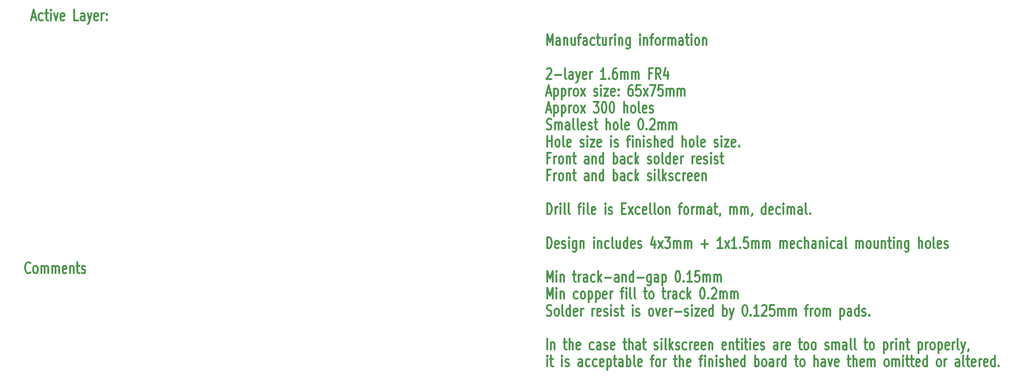
<source format=gbr>
G04 (created by PCBNEW-RS274X (2012-01-19 BZR 3256)-stable) date Tue 16 Oct 2012 12:11:44 BST*
G01*
G70*
G90*
%MOIN*%
G04 Gerber Fmt 3.4, Leading zero omitted, Abs format*
%FSLAX34Y34*%
G04 APERTURE LIST*
%ADD10C,0.006000*%
%ADD11C,0.012000*%
G04 APERTURE END LIST*
G54D10*
G54D11*
X47052Y-24320D02*
X47052Y-23520D01*
X47252Y-24091D01*
X47452Y-23520D01*
X47452Y-24320D01*
X47995Y-24320D02*
X47995Y-23901D01*
X47966Y-23825D01*
X47909Y-23786D01*
X47795Y-23786D01*
X47738Y-23825D01*
X47995Y-24282D02*
X47938Y-24320D01*
X47795Y-24320D01*
X47738Y-24282D01*
X47709Y-24206D01*
X47709Y-24129D01*
X47738Y-24053D01*
X47795Y-24015D01*
X47938Y-24015D01*
X47995Y-23977D01*
X48281Y-23786D02*
X48281Y-24320D01*
X48281Y-23863D02*
X48309Y-23825D01*
X48367Y-23786D01*
X48452Y-23786D01*
X48509Y-23825D01*
X48538Y-23901D01*
X48538Y-24320D01*
X49081Y-23786D02*
X49081Y-24320D01*
X48824Y-23786D02*
X48824Y-24206D01*
X48852Y-24282D01*
X48910Y-24320D01*
X48995Y-24320D01*
X49052Y-24282D01*
X49081Y-24244D01*
X49281Y-23786D02*
X49510Y-23786D01*
X49367Y-24320D02*
X49367Y-23634D01*
X49395Y-23558D01*
X49453Y-23520D01*
X49510Y-23520D01*
X49967Y-24320D02*
X49967Y-23901D01*
X49938Y-23825D01*
X49881Y-23786D01*
X49767Y-23786D01*
X49710Y-23825D01*
X49967Y-24282D02*
X49910Y-24320D01*
X49767Y-24320D01*
X49710Y-24282D01*
X49681Y-24206D01*
X49681Y-24129D01*
X49710Y-24053D01*
X49767Y-24015D01*
X49910Y-24015D01*
X49967Y-23977D01*
X50510Y-24282D02*
X50453Y-24320D01*
X50339Y-24320D01*
X50281Y-24282D01*
X50253Y-24244D01*
X50224Y-24167D01*
X50224Y-23939D01*
X50253Y-23863D01*
X50281Y-23825D01*
X50339Y-23786D01*
X50453Y-23786D01*
X50510Y-23825D01*
X50681Y-23786D02*
X50910Y-23786D01*
X50767Y-23520D02*
X50767Y-24206D01*
X50795Y-24282D01*
X50853Y-24320D01*
X50910Y-24320D01*
X51367Y-23786D02*
X51367Y-24320D01*
X51110Y-23786D02*
X51110Y-24206D01*
X51138Y-24282D01*
X51196Y-24320D01*
X51281Y-24320D01*
X51338Y-24282D01*
X51367Y-24244D01*
X51653Y-24320D02*
X51653Y-23786D01*
X51653Y-23939D02*
X51681Y-23863D01*
X51710Y-23825D01*
X51767Y-23786D01*
X51824Y-23786D01*
X52024Y-24320D02*
X52024Y-23786D01*
X52024Y-23520D02*
X51995Y-23558D01*
X52024Y-23596D01*
X52052Y-23558D01*
X52024Y-23520D01*
X52024Y-23596D01*
X52310Y-23786D02*
X52310Y-24320D01*
X52310Y-23863D02*
X52338Y-23825D01*
X52396Y-23786D01*
X52481Y-23786D01*
X52538Y-23825D01*
X52567Y-23901D01*
X52567Y-24320D01*
X53110Y-23786D02*
X53110Y-24434D01*
X53081Y-24510D01*
X53053Y-24548D01*
X52996Y-24586D01*
X52910Y-24586D01*
X52853Y-24548D01*
X53110Y-24282D02*
X53053Y-24320D01*
X52939Y-24320D01*
X52881Y-24282D01*
X52853Y-24244D01*
X52824Y-24167D01*
X52824Y-23939D01*
X52853Y-23863D01*
X52881Y-23825D01*
X52939Y-23786D01*
X53053Y-23786D01*
X53110Y-23825D01*
X53853Y-24320D02*
X53853Y-23786D01*
X53853Y-23520D02*
X53824Y-23558D01*
X53853Y-23596D01*
X53881Y-23558D01*
X53853Y-23520D01*
X53853Y-23596D01*
X54139Y-23786D02*
X54139Y-24320D01*
X54139Y-23863D02*
X54167Y-23825D01*
X54225Y-23786D01*
X54310Y-23786D01*
X54367Y-23825D01*
X54396Y-23901D01*
X54396Y-24320D01*
X54596Y-23786D02*
X54825Y-23786D01*
X54682Y-24320D02*
X54682Y-23634D01*
X54710Y-23558D01*
X54768Y-23520D01*
X54825Y-23520D01*
X55111Y-24320D02*
X55053Y-24282D01*
X55025Y-24244D01*
X54996Y-24167D01*
X54996Y-23939D01*
X55025Y-23863D01*
X55053Y-23825D01*
X55111Y-23786D01*
X55196Y-23786D01*
X55253Y-23825D01*
X55282Y-23863D01*
X55311Y-23939D01*
X55311Y-24167D01*
X55282Y-24244D01*
X55253Y-24282D01*
X55196Y-24320D01*
X55111Y-24320D01*
X55568Y-24320D02*
X55568Y-23786D01*
X55568Y-23939D02*
X55596Y-23863D01*
X55625Y-23825D01*
X55682Y-23786D01*
X55739Y-23786D01*
X55939Y-24320D02*
X55939Y-23786D01*
X55939Y-23863D02*
X55967Y-23825D01*
X56025Y-23786D01*
X56110Y-23786D01*
X56167Y-23825D01*
X56196Y-23901D01*
X56196Y-24320D01*
X56196Y-23901D02*
X56225Y-23825D01*
X56282Y-23786D01*
X56367Y-23786D01*
X56425Y-23825D01*
X56453Y-23901D01*
X56453Y-24320D01*
X56996Y-24320D02*
X56996Y-23901D01*
X56967Y-23825D01*
X56910Y-23786D01*
X56796Y-23786D01*
X56739Y-23825D01*
X56996Y-24282D02*
X56939Y-24320D01*
X56796Y-24320D01*
X56739Y-24282D01*
X56710Y-24206D01*
X56710Y-24129D01*
X56739Y-24053D01*
X56796Y-24015D01*
X56939Y-24015D01*
X56996Y-23977D01*
X57196Y-23786D02*
X57425Y-23786D01*
X57282Y-23520D02*
X57282Y-24206D01*
X57310Y-24282D01*
X57368Y-24320D01*
X57425Y-24320D01*
X57625Y-24320D02*
X57625Y-23786D01*
X57625Y-23520D02*
X57596Y-23558D01*
X57625Y-23596D01*
X57653Y-23558D01*
X57625Y-23520D01*
X57625Y-23596D01*
X57997Y-24320D02*
X57939Y-24282D01*
X57911Y-24244D01*
X57882Y-24167D01*
X57882Y-23939D01*
X57911Y-23863D01*
X57939Y-23825D01*
X57997Y-23786D01*
X58082Y-23786D01*
X58139Y-23825D01*
X58168Y-23863D01*
X58197Y-23939D01*
X58197Y-24167D01*
X58168Y-24244D01*
X58139Y-24282D01*
X58082Y-24320D01*
X57997Y-24320D01*
X58454Y-23786D02*
X58454Y-24320D01*
X58454Y-23863D02*
X58482Y-23825D01*
X58540Y-23786D01*
X58625Y-23786D01*
X58682Y-23825D01*
X58711Y-23901D01*
X58711Y-24320D01*
X47023Y-26076D02*
X47052Y-26038D01*
X47109Y-26000D01*
X47252Y-26000D01*
X47309Y-26038D01*
X47338Y-26076D01*
X47366Y-26152D01*
X47366Y-26228D01*
X47338Y-26343D01*
X46995Y-26800D01*
X47366Y-26800D01*
X47623Y-26495D02*
X48080Y-26495D01*
X48452Y-26800D02*
X48394Y-26762D01*
X48366Y-26686D01*
X48366Y-26000D01*
X48937Y-26800D02*
X48937Y-26381D01*
X48908Y-26305D01*
X48851Y-26266D01*
X48737Y-26266D01*
X48680Y-26305D01*
X48937Y-26762D02*
X48880Y-26800D01*
X48737Y-26800D01*
X48680Y-26762D01*
X48651Y-26686D01*
X48651Y-26609D01*
X48680Y-26533D01*
X48737Y-26495D01*
X48880Y-26495D01*
X48937Y-26457D01*
X49166Y-26266D02*
X49309Y-26800D01*
X49451Y-26266D02*
X49309Y-26800D01*
X49251Y-26990D01*
X49223Y-27028D01*
X49166Y-27066D01*
X49908Y-26762D02*
X49851Y-26800D01*
X49737Y-26800D01*
X49680Y-26762D01*
X49651Y-26686D01*
X49651Y-26381D01*
X49680Y-26305D01*
X49737Y-26266D01*
X49851Y-26266D01*
X49908Y-26305D01*
X49937Y-26381D01*
X49937Y-26457D01*
X49651Y-26533D01*
X50194Y-26800D02*
X50194Y-26266D01*
X50194Y-26419D02*
X50222Y-26343D01*
X50251Y-26305D01*
X50308Y-26266D01*
X50365Y-26266D01*
X51336Y-26800D02*
X50993Y-26800D01*
X51165Y-26800D02*
X51165Y-26000D01*
X51108Y-26114D01*
X51050Y-26190D01*
X50993Y-26228D01*
X51593Y-26724D02*
X51621Y-26762D01*
X51593Y-26800D01*
X51564Y-26762D01*
X51593Y-26724D01*
X51593Y-26800D01*
X52136Y-26000D02*
X52022Y-26000D01*
X51965Y-26038D01*
X51936Y-26076D01*
X51879Y-26190D01*
X51850Y-26343D01*
X51850Y-26647D01*
X51879Y-26724D01*
X51907Y-26762D01*
X51965Y-26800D01*
X52079Y-26800D01*
X52136Y-26762D01*
X52165Y-26724D01*
X52193Y-26647D01*
X52193Y-26457D01*
X52165Y-26381D01*
X52136Y-26343D01*
X52079Y-26305D01*
X51965Y-26305D01*
X51907Y-26343D01*
X51879Y-26381D01*
X51850Y-26457D01*
X52450Y-26800D02*
X52450Y-26266D01*
X52450Y-26343D02*
X52478Y-26305D01*
X52536Y-26266D01*
X52621Y-26266D01*
X52678Y-26305D01*
X52707Y-26381D01*
X52707Y-26800D01*
X52707Y-26381D02*
X52736Y-26305D01*
X52793Y-26266D01*
X52878Y-26266D01*
X52936Y-26305D01*
X52964Y-26381D01*
X52964Y-26800D01*
X53250Y-26800D02*
X53250Y-26266D01*
X53250Y-26343D02*
X53278Y-26305D01*
X53336Y-26266D01*
X53421Y-26266D01*
X53478Y-26305D01*
X53507Y-26381D01*
X53507Y-26800D01*
X53507Y-26381D02*
X53536Y-26305D01*
X53593Y-26266D01*
X53678Y-26266D01*
X53736Y-26305D01*
X53764Y-26381D01*
X53764Y-26800D01*
X54707Y-26381D02*
X54507Y-26381D01*
X54507Y-26800D02*
X54507Y-26000D01*
X54793Y-26000D01*
X55364Y-26800D02*
X55164Y-26419D01*
X55021Y-26800D02*
X55021Y-26000D01*
X55249Y-26000D01*
X55307Y-26038D01*
X55335Y-26076D01*
X55364Y-26152D01*
X55364Y-26266D01*
X55335Y-26343D01*
X55307Y-26381D01*
X55249Y-26419D01*
X55021Y-26419D01*
X55878Y-26266D02*
X55878Y-26800D01*
X55735Y-25962D02*
X55592Y-26533D01*
X55964Y-26533D01*
X47023Y-27811D02*
X47309Y-27811D01*
X46966Y-28040D02*
X47166Y-27240D01*
X47366Y-28040D01*
X47566Y-27506D02*
X47566Y-28306D01*
X47566Y-27545D02*
X47623Y-27506D01*
X47737Y-27506D01*
X47794Y-27545D01*
X47823Y-27583D01*
X47852Y-27659D01*
X47852Y-27887D01*
X47823Y-27964D01*
X47794Y-28002D01*
X47737Y-28040D01*
X47623Y-28040D01*
X47566Y-28002D01*
X48109Y-27506D02*
X48109Y-28306D01*
X48109Y-27545D02*
X48166Y-27506D01*
X48280Y-27506D01*
X48337Y-27545D01*
X48366Y-27583D01*
X48395Y-27659D01*
X48395Y-27887D01*
X48366Y-27964D01*
X48337Y-28002D01*
X48280Y-28040D01*
X48166Y-28040D01*
X48109Y-28002D01*
X48652Y-28040D02*
X48652Y-27506D01*
X48652Y-27659D02*
X48680Y-27583D01*
X48709Y-27545D01*
X48766Y-27506D01*
X48823Y-27506D01*
X49109Y-28040D02*
X49051Y-28002D01*
X49023Y-27964D01*
X48994Y-27887D01*
X48994Y-27659D01*
X49023Y-27583D01*
X49051Y-27545D01*
X49109Y-27506D01*
X49194Y-27506D01*
X49251Y-27545D01*
X49280Y-27583D01*
X49309Y-27659D01*
X49309Y-27887D01*
X49280Y-27964D01*
X49251Y-28002D01*
X49194Y-28040D01*
X49109Y-28040D01*
X49509Y-28040D02*
X49823Y-27506D01*
X49509Y-27506D02*
X49823Y-28040D01*
X50480Y-28002D02*
X50537Y-28040D01*
X50652Y-28040D01*
X50709Y-28002D01*
X50737Y-27926D01*
X50737Y-27887D01*
X50709Y-27811D01*
X50652Y-27773D01*
X50566Y-27773D01*
X50509Y-27735D01*
X50480Y-27659D01*
X50480Y-27621D01*
X50509Y-27545D01*
X50566Y-27506D01*
X50652Y-27506D01*
X50709Y-27545D01*
X50995Y-28040D02*
X50995Y-27506D01*
X50995Y-27240D02*
X50966Y-27278D01*
X50995Y-27316D01*
X51023Y-27278D01*
X50995Y-27240D01*
X50995Y-27316D01*
X51224Y-27506D02*
X51538Y-27506D01*
X51224Y-28040D01*
X51538Y-28040D01*
X51995Y-28002D02*
X51938Y-28040D01*
X51824Y-28040D01*
X51767Y-28002D01*
X51738Y-27926D01*
X51738Y-27621D01*
X51767Y-27545D01*
X51824Y-27506D01*
X51938Y-27506D01*
X51995Y-27545D01*
X52024Y-27621D01*
X52024Y-27697D01*
X51738Y-27773D01*
X52281Y-27964D02*
X52309Y-28002D01*
X52281Y-28040D01*
X52252Y-28002D01*
X52281Y-27964D01*
X52281Y-28040D01*
X52281Y-27545D02*
X52309Y-27583D01*
X52281Y-27621D01*
X52252Y-27583D01*
X52281Y-27545D01*
X52281Y-27621D01*
X53281Y-27240D02*
X53167Y-27240D01*
X53110Y-27278D01*
X53081Y-27316D01*
X53024Y-27430D01*
X52995Y-27583D01*
X52995Y-27887D01*
X53024Y-27964D01*
X53052Y-28002D01*
X53110Y-28040D01*
X53224Y-28040D01*
X53281Y-28002D01*
X53310Y-27964D01*
X53338Y-27887D01*
X53338Y-27697D01*
X53310Y-27621D01*
X53281Y-27583D01*
X53224Y-27545D01*
X53110Y-27545D01*
X53052Y-27583D01*
X53024Y-27621D01*
X52995Y-27697D01*
X53881Y-27240D02*
X53595Y-27240D01*
X53566Y-27621D01*
X53595Y-27583D01*
X53652Y-27545D01*
X53795Y-27545D01*
X53852Y-27583D01*
X53881Y-27621D01*
X53909Y-27697D01*
X53909Y-27887D01*
X53881Y-27964D01*
X53852Y-28002D01*
X53795Y-28040D01*
X53652Y-28040D01*
X53595Y-28002D01*
X53566Y-27964D01*
X54109Y-28040D02*
X54423Y-27506D01*
X54109Y-27506D02*
X54423Y-28040D01*
X54595Y-27240D02*
X54995Y-27240D01*
X54738Y-28040D01*
X55509Y-27240D02*
X55223Y-27240D01*
X55194Y-27621D01*
X55223Y-27583D01*
X55280Y-27545D01*
X55423Y-27545D01*
X55480Y-27583D01*
X55509Y-27621D01*
X55537Y-27697D01*
X55537Y-27887D01*
X55509Y-27964D01*
X55480Y-28002D01*
X55423Y-28040D01*
X55280Y-28040D01*
X55223Y-28002D01*
X55194Y-27964D01*
X55794Y-28040D02*
X55794Y-27506D01*
X55794Y-27583D02*
X55822Y-27545D01*
X55880Y-27506D01*
X55965Y-27506D01*
X56022Y-27545D01*
X56051Y-27621D01*
X56051Y-28040D01*
X56051Y-27621D02*
X56080Y-27545D01*
X56137Y-27506D01*
X56222Y-27506D01*
X56280Y-27545D01*
X56308Y-27621D01*
X56308Y-28040D01*
X56594Y-28040D02*
X56594Y-27506D01*
X56594Y-27583D02*
X56622Y-27545D01*
X56680Y-27506D01*
X56765Y-27506D01*
X56822Y-27545D01*
X56851Y-27621D01*
X56851Y-28040D01*
X56851Y-27621D02*
X56880Y-27545D01*
X56937Y-27506D01*
X57022Y-27506D01*
X57080Y-27545D01*
X57108Y-27621D01*
X57108Y-28040D01*
X47023Y-29051D02*
X47309Y-29051D01*
X46966Y-29280D02*
X47166Y-28480D01*
X47366Y-29280D01*
X47566Y-28746D02*
X47566Y-29546D01*
X47566Y-28785D02*
X47623Y-28746D01*
X47737Y-28746D01*
X47794Y-28785D01*
X47823Y-28823D01*
X47852Y-28899D01*
X47852Y-29127D01*
X47823Y-29204D01*
X47794Y-29242D01*
X47737Y-29280D01*
X47623Y-29280D01*
X47566Y-29242D01*
X48109Y-28746D02*
X48109Y-29546D01*
X48109Y-28785D02*
X48166Y-28746D01*
X48280Y-28746D01*
X48337Y-28785D01*
X48366Y-28823D01*
X48395Y-28899D01*
X48395Y-29127D01*
X48366Y-29204D01*
X48337Y-29242D01*
X48280Y-29280D01*
X48166Y-29280D01*
X48109Y-29242D01*
X48652Y-29280D02*
X48652Y-28746D01*
X48652Y-28899D02*
X48680Y-28823D01*
X48709Y-28785D01*
X48766Y-28746D01*
X48823Y-28746D01*
X49109Y-29280D02*
X49051Y-29242D01*
X49023Y-29204D01*
X48994Y-29127D01*
X48994Y-28899D01*
X49023Y-28823D01*
X49051Y-28785D01*
X49109Y-28746D01*
X49194Y-28746D01*
X49251Y-28785D01*
X49280Y-28823D01*
X49309Y-28899D01*
X49309Y-29127D01*
X49280Y-29204D01*
X49251Y-29242D01*
X49194Y-29280D01*
X49109Y-29280D01*
X49509Y-29280D02*
X49823Y-28746D01*
X49509Y-28746D02*
X49823Y-29280D01*
X50452Y-28480D02*
X50823Y-28480D01*
X50623Y-28785D01*
X50709Y-28785D01*
X50766Y-28823D01*
X50795Y-28861D01*
X50823Y-28937D01*
X50823Y-29127D01*
X50795Y-29204D01*
X50766Y-29242D01*
X50709Y-29280D01*
X50537Y-29280D01*
X50480Y-29242D01*
X50452Y-29204D01*
X51194Y-28480D02*
X51251Y-28480D01*
X51308Y-28518D01*
X51337Y-28556D01*
X51366Y-28632D01*
X51394Y-28785D01*
X51394Y-28975D01*
X51366Y-29127D01*
X51337Y-29204D01*
X51308Y-29242D01*
X51251Y-29280D01*
X51194Y-29280D01*
X51137Y-29242D01*
X51108Y-29204D01*
X51080Y-29127D01*
X51051Y-28975D01*
X51051Y-28785D01*
X51080Y-28632D01*
X51108Y-28556D01*
X51137Y-28518D01*
X51194Y-28480D01*
X51765Y-28480D02*
X51822Y-28480D01*
X51879Y-28518D01*
X51908Y-28556D01*
X51937Y-28632D01*
X51965Y-28785D01*
X51965Y-28975D01*
X51937Y-29127D01*
X51908Y-29204D01*
X51879Y-29242D01*
X51822Y-29280D01*
X51765Y-29280D01*
X51708Y-29242D01*
X51679Y-29204D01*
X51651Y-29127D01*
X51622Y-28975D01*
X51622Y-28785D01*
X51651Y-28632D01*
X51679Y-28556D01*
X51708Y-28518D01*
X51765Y-28480D01*
X52679Y-29280D02*
X52679Y-28480D01*
X52936Y-29280D02*
X52936Y-28861D01*
X52907Y-28785D01*
X52850Y-28746D01*
X52765Y-28746D01*
X52707Y-28785D01*
X52679Y-28823D01*
X53308Y-29280D02*
X53250Y-29242D01*
X53222Y-29204D01*
X53193Y-29127D01*
X53193Y-28899D01*
X53222Y-28823D01*
X53250Y-28785D01*
X53308Y-28746D01*
X53393Y-28746D01*
X53450Y-28785D01*
X53479Y-28823D01*
X53508Y-28899D01*
X53508Y-29127D01*
X53479Y-29204D01*
X53450Y-29242D01*
X53393Y-29280D01*
X53308Y-29280D01*
X53851Y-29280D02*
X53793Y-29242D01*
X53765Y-29166D01*
X53765Y-28480D01*
X54307Y-29242D02*
X54250Y-29280D01*
X54136Y-29280D01*
X54079Y-29242D01*
X54050Y-29166D01*
X54050Y-28861D01*
X54079Y-28785D01*
X54136Y-28746D01*
X54250Y-28746D01*
X54307Y-28785D01*
X54336Y-28861D01*
X54336Y-28937D01*
X54050Y-29013D01*
X54564Y-29242D02*
X54621Y-29280D01*
X54736Y-29280D01*
X54793Y-29242D01*
X54821Y-29166D01*
X54821Y-29127D01*
X54793Y-29051D01*
X54736Y-29013D01*
X54650Y-29013D01*
X54593Y-28975D01*
X54564Y-28899D01*
X54564Y-28861D01*
X54593Y-28785D01*
X54650Y-28746D01*
X54736Y-28746D01*
X54793Y-28785D01*
X47023Y-30482D02*
X47109Y-30520D01*
X47252Y-30520D01*
X47309Y-30482D01*
X47338Y-30444D01*
X47366Y-30367D01*
X47366Y-30291D01*
X47338Y-30215D01*
X47309Y-30177D01*
X47252Y-30139D01*
X47138Y-30101D01*
X47080Y-30063D01*
X47052Y-30025D01*
X47023Y-29948D01*
X47023Y-29872D01*
X47052Y-29796D01*
X47080Y-29758D01*
X47138Y-29720D01*
X47280Y-29720D01*
X47366Y-29758D01*
X47623Y-30520D02*
X47623Y-29986D01*
X47623Y-30063D02*
X47651Y-30025D01*
X47709Y-29986D01*
X47794Y-29986D01*
X47851Y-30025D01*
X47880Y-30101D01*
X47880Y-30520D01*
X47880Y-30101D02*
X47909Y-30025D01*
X47966Y-29986D01*
X48051Y-29986D01*
X48109Y-30025D01*
X48137Y-30101D01*
X48137Y-30520D01*
X48680Y-30520D02*
X48680Y-30101D01*
X48651Y-30025D01*
X48594Y-29986D01*
X48480Y-29986D01*
X48423Y-30025D01*
X48680Y-30482D02*
X48623Y-30520D01*
X48480Y-30520D01*
X48423Y-30482D01*
X48394Y-30406D01*
X48394Y-30329D01*
X48423Y-30253D01*
X48480Y-30215D01*
X48623Y-30215D01*
X48680Y-30177D01*
X49052Y-30520D02*
X48994Y-30482D01*
X48966Y-30406D01*
X48966Y-29720D01*
X49366Y-30520D02*
X49308Y-30482D01*
X49280Y-30406D01*
X49280Y-29720D01*
X49822Y-30482D02*
X49765Y-30520D01*
X49651Y-30520D01*
X49594Y-30482D01*
X49565Y-30406D01*
X49565Y-30101D01*
X49594Y-30025D01*
X49651Y-29986D01*
X49765Y-29986D01*
X49822Y-30025D01*
X49851Y-30101D01*
X49851Y-30177D01*
X49565Y-30253D01*
X50079Y-30482D02*
X50136Y-30520D01*
X50251Y-30520D01*
X50308Y-30482D01*
X50336Y-30406D01*
X50336Y-30367D01*
X50308Y-30291D01*
X50251Y-30253D01*
X50165Y-30253D01*
X50108Y-30215D01*
X50079Y-30139D01*
X50079Y-30101D01*
X50108Y-30025D01*
X50165Y-29986D01*
X50251Y-29986D01*
X50308Y-30025D01*
X50508Y-29986D02*
X50737Y-29986D01*
X50594Y-29720D02*
X50594Y-30406D01*
X50622Y-30482D01*
X50680Y-30520D01*
X50737Y-30520D01*
X51394Y-30520D02*
X51394Y-29720D01*
X51651Y-30520D02*
X51651Y-30101D01*
X51622Y-30025D01*
X51565Y-29986D01*
X51480Y-29986D01*
X51422Y-30025D01*
X51394Y-30063D01*
X52023Y-30520D02*
X51965Y-30482D01*
X51937Y-30444D01*
X51908Y-30367D01*
X51908Y-30139D01*
X51937Y-30063D01*
X51965Y-30025D01*
X52023Y-29986D01*
X52108Y-29986D01*
X52165Y-30025D01*
X52194Y-30063D01*
X52223Y-30139D01*
X52223Y-30367D01*
X52194Y-30444D01*
X52165Y-30482D01*
X52108Y-30520D01*
X52023Y-30520D01*
X52566Y-30520D02*
X52508Y-30482D01*
X52480Y-30406D01*
X52480Y-29720D01*
X53022Y-30482D02*
X52965Y-30520D01*
X52851Y-30520D01*
X52794Y-30482D01*
X52765Y-30406D01*
X52765Y-30101D01*
X52794Y-30025D01*
X52851Y-29986D01*
X52965Y-29986D01*
X53022Y-30025D01*
X53051Y-30101D01*
X53051Y-30177D01*
X52765Y-30253D01*
X53879Y-29720D02*
X53936Y-29720D01*
X53993Y-29758D01*
X54022Y-29796D01*
X54051Y-29872D01*
X54079Y-30025D01*
X54079Y-30215D01*
X54051Y-30367D01*
X54022Y-30444D01*
X53993Y-30482D01*
X53936Y-30520D01*
X53879Y-30520D01*
X53822Y-30482D01*
X53793Y-30444D01*
X53765Y-30367D01*
X53736Y-30215D01*
X53736Y-30025D01*
X53765Y-29872D01*
X53793Y-29796D01*
X53822Y-29758D01*
X53879Y-29720D01*
X54336Y-30444D02*
X54364Y-30482D01*
X54336Y-30520D01*
X54307Y-30482D01*
X54336Y-30444D01*
X54336Y-30520D01*
X54593Y-29796D02*
X54622Y-29758D01*
X54679Y-29720D01*
X54822Y-29720D01*
X54879Y-29758D01*
X54908Y-29796D01*
X54936Y-29872D01*
X54936Y-29948D01*
X54908Y-30063D01*
X54565Y-30520D01*
X54936Y-30520D01*
X55193Y-30520D02*
X55193Y-29986D01*
X55193Y-30063D02*
X55221Y-30025D01*
X55279Y-29986D01*
X55364Y-29986D01*
X55421Y-30025D01*
X55450Y-30101D01*
X55450Y-30520D01*
X55450Y-30101D02*
X55479Y-30025D01*
X55536Y-29986D01*
X55621Y-29986D01*
X55679Y-30025D01*
X55707Y-30101D01*
X55707Y-30520D01*
X55993Y-30520D02*
X55993Y-29986D01*
X55993Y-30063D02*
X56021Y-30025D01*
X56079Y-29986D01*
X56164Y-29986D01*
X56221Y-30025D01*
X56250Y-30101D01*
X56250Y-30520D01*
X56250Y-30101D02*
X56279Y-30025D01*
X56336Y-29986D01*
X56421Y-29986D01*
X56479Y-30025D01*
X56507Y-30101D01*
X56507Y-30520D01*
X47052Y-31760D02*
X47052Y-30960D01*
X47052Y-31341D02*
X47395Y-31341D01*
X47395Y-31760D02*
X47395Y-30960D01*
X47767Y-31760D02*
X47709Y-31722D01*
X47681Y-31684D01*
X47652Y-31607D01*
X47652Y-31379D01*
X47681Y-31303D01*
X47709Y-31265D01*
X47767Y-31226D01*
X47852Y-31226D01*
X47909Y-31265D01*
X47938Y-31303D01*
X47967Y-31379D01*
X47967Y-31607D01*
X47938Y-31684D01*
X47909Y-31722D01*
X47852Y-31760D01*
X47767Y-31760D01*
X48310Y-31760D02*
X48252Y-31722D01*
X48224Y-31646D01*
X48224Y-30960D01*
X48766Y-31722D02*
X48709Y-31760D01*
X48595Y-31760D01*
X48538Y-31722D01*
X48509Y-31646D01*
X48509Y-31341D01*
X48538Y-31265D01*
X48595Y-31226D01*
X48709Y-31226D01*
X48766Y-31265D01*
X48795Y-31341D01*
X48795Y-31417D01*
X48509Y-31493D01*
X49480Y-31722D02*
X49537Y-31760D01*
X49652Y-31760D01*
X49709Y-31722D01*
X49737Y-31646D01*
X49737Y-31607D01*
X49709Y-31531D01*
X49652Y-31493D01*
X49566Y-31493D01*
X49509Y-31455D01*
X49480Y-31379D01*
X49480Y-31341D01*
X49509Y-31265D01*
X49566Y-31226D01*
X49652Y-31226D01*
X49709Y-31265D01*
X49995Y-31760D02*
X49995Y-31226D01*
X49995Y-30960D02*
X49966Y-30998D01*
X49995Y-31036D01*
X50023Y-30998D01*
X49995Y-30960D01*
X49995Y-31036D01*
X50224Y-31226D02*
X50538Y-31226D01*
X50224Y-31760D01*
X50538Y-31760D01*
X50995Y-31722D02*
X50938Y-31760D01*
X50824Y-31760D01*
X50767Y-31722D01*
X50738Y-31646D01*
X50738Y-31341D01*
X50767Y-31265D01*
X50824Y-31226D01*
X50938Y-31226D01*
X50995Y-31265D01*
X51024Y-31341D01*
X51024Y-31417D01*
X50738Y-31493D01*
X51738Y-31760D02*
X51738Y-31226D01*
X51738Y-30960D02*
X51709Y-30998D01*
X51738Y-31036D01*
X51766Y-30998D01*
X51738Y-30960D01*
X51738Y-31036D01*
X51995Y-31722D02*
X52052Y-31760D01*
X52167Y-31760D01*
X52224Y-31722D01*
X52252Y-31646D01*
X52252Y-31607D01*
X52224Y-31531D01*
X52167Y-31493D01*
X52081Y-31493D01*
X52024Y-31455D01*
X51995Y-31379D01*
X51995Y-31341D01*
X52024Y-31265D01*
X52081Y-31226D01*
X52167Y-31226D01*
X52224Y-31265D01*
X52881Y-31226D02*
X53110Y-31226D01*
X52967Y-31760D02*
X52967Y-31074D01*
X52995Y-30998D01*
X53053Y-30960D01*
X53110Y-30960D01*
X53310Y-31760D02*
X53310Y-31226D01*
X53310Y-30960D02*
X53281Y-30998D01*
X53310Y-31036D01*
X53338Y-30998D01*
X53310Y-30960D01*
X53310Y-31036D01*
X53596Y-31226D02*
X53596Y-31760D01*
X53596Y-31303D02*
X53624Y-31265D01*
X53682Y-31226D01*
X53767Y-31226D01*
X53824Y-31265D01*
X53853Y-31341D01*
X53853Y-31760D01*
X54139Y-31760D02*
X54139Y-31226D01*
X54139Y-30960D02*
X54110Y-30998D01*
X54139Y-31036D01*
X54167Y-30998D01*
X54139Y-30960D01*
X54139Y-31036D01*
X54396Y-31722D02*
X54453Y-31760D01*
X54568Y-31760D01*
X54625Y-31722D01*
X54653Y-31646D01*
X54653Y-31607D01*
X54625Y-31531D01*
X54568Y-31493D01*
X54482Y-31493D01*
X54425Y-31455D01*
X54396Y-31379D01*
X54396Y-31341D01*
X54425Y-31265D01*
X54482Y-31226D01*
X54568Y-31226D01*
X54625Y-31265D01*
X54911Y-31760D02*
X54911Y-30960D01*
X55168Y-31760D02*
X55168Y-31341D01*
X55139Y-31265D01*
X55082Y-31226D01*
X54997Y-31226D01*
X54939Y-31265D01*
X54911Y-31303D01*
X55682Y-31722D02*
X55625Y-31760D01*
X55511Y-31760D01*
X55454Y-31722D01*
X55425Y-31646D01*
X55425Y-31341D01*
X55454Y-31265D01*
X55511Y-31226D01*
X55625Y-31226D01*
X55682Y-31265D01*
X55711Y-31341D01*
X55711Y-31417D01*
X55425Y-31493D01*
X56225Y-31760D02*
X56225Y-30960D01*
X56225Y-31722D02*
X56168Y-31760D01*
X56054Y-31760D01*
X55996Y-31722D01*
X55968Y-31684D01*
X55939Y-31607D01*
X55939Y-31379D01*
X55968Y-31303D01*
X55996Y-31265D01*
X56054Y-31226D01*
X56168Y-31226D01*
X56225Y-31265D01*
X56968Y-31760D02*
X56968Y-30960D01*
X57225Y-31760D02*
X57225Y-31341D01*
X57196Y-31265D01*
X57139Y-31226D01*
X57054Y-31226D01*
X56996Y-31265D01*
X56968Y-31303D01*
X57597Y-31760D02*
X57539Y-31722D01*
X57511Y-31684D01*
X57482Y-31607D01*
X57482Y-31379D01*
X57511Y-31303D01*
X57539Y-31265D01*
X57597Y-31226D01*
X57682Y-31226D01*
X57739Y-31265D01*
X57768Y-31303D01*
X57797Y-31379D01*
X57797Y-31607D01*
X57768Y-31684D01*
X57739Y-31722D01*
X57682Y-31760D01*
X57597Y-31760D01*
X58140Y-31760D02*
X58082Y-31722D01*
X58054Y-31646D01*
X58054Y-30960D01*
X58596Y-31722D02*
X58539Y-31760D01*
X58425Y-31760D01*
X58368Y-31722D01*
X58339Y-31646D01*
X58339Y-31341D01*
X58368Y-31265D01*
X58425Y-31226D01*
X58539Y-31226D01*
X58596Y-31265D01*
X58625Y-31341D01*
X58625Y-31417D01*
X58339Y-31493D01*
X59310Y-31722D02*
X59367Y-31760D01*
X59482Y-31760D01*
X59539Y-31722D01*
X59567Y-31646D01*
X59567Y-31607D01*
X59539Y-31531D01*
X59482Y-31493D01*
X59396Y-31493D01*
X59339Y-31455D01*
X59310Y-31379D01*
X59310Y-31341D01*
X59339Y-31265D01*
X59396Y-31226D01*
X59482Y-31226D01*
X59539Y-31265D01*
X59825Y-31760D02*
X59825Y-31226D01*
X59825Y-30960D02*
X59796Y-30998D01*
X59825Y-31036D01*
X59853Y-30998D01*
X59825Y-30960D01*
X59825Y-31036D01*
X60054Y-31226D02*
X60368Y-31226D01*
X60054Y-31760D01*
X60368Y-31760D01*
X60825Y-31722D02*
X60768Y-31760D01*
X60654Y-31760D01*
X60597Y-31722D01*
X60568Y-31646D01*
X60568Y-31341D01*
X60597Y-31265D01*
X60654Y-31226D01*
X60768Y-31226D01*
X60825Y-31265D01*
X60854Y-31341D01*
X60854Y-31417D01*
X60568Y-31493D01*
X61111Y-31684D02*
X61139Y-31722D01*
X61111Y-31760D01*
X61082Y-31722D01*
X61111Y-31684D01*
X61111Y-31760D01*
X47252Y-32581D02*
X47052Y-32581D01*
X47052Y-33000D02*
X47052Y-32200D01*
X47338Y-32200D01*
X47566Y-33000D02*
X47566Y-32466D01*
X47566Y-32619D02*
X47594Y-32543D01*
X47623Y-32505D01*
X47680Y-32466D01*
X47737Y-32466D01*
X48023Y-33000D02*
X47965Y-32962D01*
X47937Y-32924D01*
X47908Y-32847D01*
X47908Y-32619D01*
X47937Y-32543D01*
X47965Y-32505D01*
X48023Y-32466D01*
X48108Y-32466D01*
X48165Y-32505D01*
X48194Y-32543D01*
X48223Y-32619D01*
X48223Y-32847D01*
X48194Y-32924D01*
X48165Y-32962D01*
X48108Y-33000D01*
X48023Y-33000D01*
X48480Y-32466D02*
X48480Y-33000D01*
X48480Y-32543D02*
X48508Y-32505D01*
X48566Y-32466D01*
X48651Y-32466D01*
X48708Y-32505D01*
X48737Y-32581D01*
X48737Y-33000D01*
X48937Y-32466D02*
X49166Y-32466D01*
X49023Y-32200D02*
X49023Y-32886D01*
X49051Y-32962D01*
X49109Y-33000D01*
X49166Y-33000D01*
X50080Y-33000D02*
X50080Y-32581D01*
X50051Y-32505D01*
X49994Y-32466D01*
X49880Y-32466D01*
X49823Y-32505D01*
X50080Y-32962D02*
X50023Y-33000D01*
X49880Y-33000D01*
X49823Y-32962D01*
X49794Y-32886D01*
X49794Y-32809D01*
X49823Y-32733D01*
X49880Y-32695D01*
X50023Y-32695D01*
X50080Y-32657D01*
X50366Y-32466D02*
X50366Y-33000D01*
X50366Y-32543D02*
X50394Y-32505D01*
X50452Y-32466D01*
X50537Y-32466D01*
X50594Y-32505D01*
X50623Y-32581D01*
X50623Y-33000D01*
X51166Y-33000D02*
X51166Y-32200D01*
X51166Y-32962D02*
X51109Y-33000D01*
X50995Y-33000D01*
X50937Y-32962D01*
X50909Y-32924D01*
X50880Y-32847D01*
X50880Y-32619D01*
X50909Y-32543D01*
X50937Y-32505D01*
X50995Y-32466D01*
X51109Y-32466D01*
X51166Y-32505D01*
X51909Y-33000D02*
X51909Y-32200D01*
X51909Y-32505D02*
X51966Y-32466D01*
X52080Y-32466D01*
X52137Y-32505D01*
X52166Y-32543D01*
X52195Y-32619D01*
X52195Y-32847D01*
X52166Y-32924D01*
X52137Y-32962D01*
X52080Y-33000D01*
X51966Y-33000D01*
X51909Y-32962D01*
X52709Y-33000D02*
X52709Y-32581D01*
X52680Y-32505D01*
X52623Y-32466D01*
X52509Y-32466D01*
X52452Y-32505D01*
X52709Y-32962D02*
X52652Y-33000D01*
X52509Y-33000D01*
X52452Y-32962D01*
X52423Y-32886D01*
X52423Y-32809D01*
X52452Y-32733D01*
X52509Y-32695D01*
X52652Y-32695D01*
X52709Y-32657D01*
X53252Y-32962D02*
X53195Y-33000D01*
X53081Y-33000D01*
X53023Y-32962D01*
X52995Y-32924D01*
X52966Y-32847D01*
X52966Y-32619D01*
X52995Y-32543D01*
X53023Y-32505D01*
X53081Y-32466D01*
X53195Y-32466D01*
X53252Y-32505D01*
X53509Y-33000D02*
X53509Y-32200D01*
X53566Y-32695D02*
X53737Y-33000D01*
X53737Y-32466D02*
X53509Y-32771D01*
X54423Y-32962D02*
X54480Y-33000D01*
X54595Y-33000D01*
X54652Y-32962D01*
X54680Y-32886D01*
X54680Y-32847D01*
X54652Y-32771D01*
X54595Y-32733D01*
X54509Y-32733D01*
X54452Y-32695D01*
X54423Y-32619D01*
X54423Y-32581D01*
X54452Y-32505D01*
X54509Y-32466D01*
X54595Y-32466D01*
X54652Y-32505D01*
X55024Y-33000D02*
X54966Y-32962D01*
X54938Y-32924D01*
X54909Y-32847D01*
X54909Y-32619D01*
X54938Y-32543D01*
X54966Y-32505D01*
X55024Y-32466D01*
X55109Y-32466D01*
X55166Y-32505D01*
X55195Y-32543D01*
X55224Y-32619D01*
X55224Y-32847D01*
X55195Y-32924D01*
X55166Y-32962D01*
X55109Y-33000D01*
X55024Y-33000D01*
X55567Y-33000D02*
X55509Y-32962D01*
X55481Y-32886D01*
X55481Y-32200D01*
X56052Y-33000D02*
X56052Y-32200D01*
X56052Y-32962D02*
X55995Y-33000D01*
X55881Y-33000D01*
X55823Y-32962D01*
X55795Y-32924D01*
X55766Y-32847D01*
X55766Y-32619D01*
X55795Y-32543D01*
X55823Y-32505D01*
X55881Y-32466D01*
X55995Y-32466D01*
X56052Y-32505D01*
X56566Y-32962D02*
X56509Y-33000D01*
X56395Y-33000D01*
X56338Y-32962D01*
X56309Y-32886D01*
X56309Y-32581D01*
X56338Y-32505D01*
X56395Y-32466D01*
X56509Y-32466D01*
X56566Y-32505D01*
X56595Y-32581D01*
X56595Y-32657D01*
X56309Y-32733D01*
X56852Y-33000D02*
X56852Y-32466D01*
X56852Y-32619D02*
X56880Y-32543D01*
X56909Y-32505D01*
X56966Y-32466D01*
X57023Y-32466D01*
X57680Y-33000D02*
X57680Y-32466D01*
X57680Y-32619D02*
X57708Y-32543D01*
X57737Y-32505D01*
X57794Y-32466D01*
X57851Y-32466D01*
X58279Y-32962D02*
X58222Y-33000D01*
X58108Y-33000D01*
X58051Y-32962D01*
X58022Y-32886D01*
X58022Y-32581D01*
X58051Y-32505D01*
X58108Y-32466D01*
X58222Y-32466D01*
X58279Y-32505D01*
X58308Y-32581D01*
X58308Y-32657D01*
X58022Y-32733D01*
X58536Y-32962D02*
X58593Y-33000D01*
X58708Y-33000D01*
X58765Y-32962D01*
X58793Y-32886D01*
X58793Y-32847D01*
X58765Y-32771D01*
X58708Y-32733D01*
X58622Y-32733D01*
X58565Y-32695D01*
X58536Y-32619D01*
X58536Y-32581D01*
X58565Y-32505D01*
X58622Y-32466D01*
X58708Y-32466D01*
X58765Y-32505D01*
X59051Y-33000D02*
X59051Y-32466D01*
X59051Y-32200D02*
X59022Y-32238D01*
X59051Y-32276D01*
X59079Y-32238D01*
X59051Y-32200D01*
X59051Y-32276D01*
X59308Y-32962D02*
X59365Y-33000D01*
X59480Y-33000D01*
X59537Y-32962D01*
X59565Y-32886D01*
X59565Y-32847D01*
X59537Y-32771D01*
X59480Y-32733D01*
X59394Y-32733D01*
X59337Y-32695D01*
X59308Y-32619D01*
X59308Y-32581D01*
X59337Y-32505D01*
X59394Y-32466D01*
X59480Y-32466D01*
X59537Y-32505D01*
X59737Y-32466D02*
X59966Y-32466D01*
X59823Y-32200D02*
X59823Y-32886D01*
X59851Y-32962D01*
X59909Y-33000D01*
X59966Y-33000D01*
X47252Y-33821D02*
X47052Y-33821D01*
X47052Y-34240D02*
X47052Y-33440D01*
X47338Y-33440D01*
X47566Y-34240D02*
X47566Y-33706D01*
X47566Y-33859D02*
X47594Y-33783D01*
X47623Y-33745D01*
X47680Y-33706D01*
X47737Y-33706D01*
X48023Y-34240D02*
X47965Y-34202D01*
X47937Y-34164D01*
X47908Y-34087D01*
X47908Y-33859D01*
X47937Y-33783D01*
X47965Y-33745D01*
X48023Y-33706D01*
X48108Y-33706D01*
X48165Y-33745D01*
X48194Y-33783D01*
X48223Y-33859D01*
X48223Y-34087D01*
X48194Y-34164D01*
X48165Y-34202D01*
X48108Y-34240D01*
X48023Y-34240D01*
X48480Y-33706D02*
X48480Y-34240D01*
X48480Y-33783D02*
X48508Y-33745D01*
X48566Y-33706D01*
X48651Y-33706D01*
X48708Y-33745D01*
X48737Y-33821D01*
X48737Y-34240D01*
X48937Y-33706D02*
X49166Y-33706D01*
X49023Y-33440D02*
X49023Y-34126D01*
X49051Y-34202D01*
X49109Y-34240D01*
X49166Y-34240D01*
X50080Y-34240D02*
X50080Y-33821D01*
X50051Y-33745D01*
X49994Y-33706D01*
X49880Y-33706D01*
X49823Y-33745D01*
X50080Y-34202D02*
X50023Y-34240D01*
X49880Y-34240D01*
X49823Y-34202D01*
X49794Y-34126D01*
X49794Y-34049D01*
X49823Y-33973D01*
X49880Y-33935D01*
X50023Y-33935D01*
X50080Y-33897D01*
X50366Y-33706D02*
X50366Y-34240D01*
X50366Y-33783D02*
X50394Y-33745D01*
X50452Y-33706D01*
X50537Y-33706D01*
X50594Y-33745D01*
X50623Y-33821D01*
X50623Y-34240D01*
X51166Y-34240D02*
X51166Y-33440D01*
X51166Y-34202D02*
X51109Y-34240D01*
X50995Y-34240D01*
X50937Y-34202D01*
X50909Y-34164D01*
X50880Y-34087D01*
X50880Y-33859D01*
X50909Y-33783D01*
X50937Y-33745D01*
X50995Y-33706D01*
X51109Y-33706D01*
X51166Y-33745D01*
X51909Y-34240D02*
X51909Y-33440D01*
X51909Y-33745D02*
X51966Y-33706D01*
X52080Y-33706D01*
X52137Y-33745D01*
X52166Y-33783D01*
X52195Y-33859D01*
X52195Y-34087D01*
X52166Y-34164D01*
X52137Y-34202D01*
X52080Y-34240D01*
X51966Y-34240D01*
X51909Y-34202D01*
X52709Y-34240D02*
X52709Y-33821D01*
X52680Y-33745D01*
X52623Y-33706D01*
X52509Y-33706D01*
X52452Y-33745D01*
X52709Y-34202D02*
X52652Y-34240D01*
X52509Y-34240D01*
X52452Y-34202D01*
X52423Y-34126D01*
X52423Y-34049D01*
X52452Y-33973D01*
X52509Y-33935D01*
X52652Y-33935D01*
X52709Y-33897D01*
X53252Y-34202D02*
X53195Y-34240D01*
X53081Y-34240D01*
X53023Y-34202D01*
X52995Y-34164D01*
X52966Y-34087D01*
X52966Y-33859D01*
X52995Y-33783D01*
X53023Y-33745D01*
X53081Y-33706D01*
X53195Y-33706D01*
X53252Y-33745D01*
X53509Y-34240D02*
X53509Y-33440D01*
X53566Y-33935D02*
X53737Y-34240D01*
X53737Y-33706D02*
X53509Y-34011D01*
X54423Y-34202D02*
X54480Y-34240D01*
X54595Y-34240D01*
X54652Y-34202D01*
X54680Y-34126D01*
X54680Y-34087D01*
X54652Y-34011D01*
X54595Y-33973D01*
X54509Y-33973D01*
X54452Y-33935D01*
X54423Y-33859D01*
X54423Y-33821D01*
X54452Y-33745D01*
X54509Y-33706D01*
X54595Y-33706D01*
X54652Y-33745D01*
X54938Y-34240D02*
X54938Y-33706D01*
X54938Y-33440D02*
X54909Y-33478D01*
X54938Y-33516D01*
X54966Y-33478D01*
X54938Y-33440D01*
X54938Y-33516D01*
X55310Y-34240D02*
X55252Y-34202D01*
X55224Y-34126D01*
X55224Y-33440D01*
X55538Y-34240D02*
X55538Y-33440D01*
X55595Y-33935D02*
X55766Y-34240D01*
X55766Y-33706D02*
X55538Y-34011D01*
X55995Y-34202D02*
X56052Y-34240D01*
X56167Y-34240D01*
X56224Y-34202D01*
X56252Y-34126D01*
X56252Y-34087D01*
X56224Y-34011D01*
X56167Y-33973D01*
X56081Y-33973D01*
X56024Y-33935D01*
X55995Y-33859D01*
X55995Y-33821D01*
X56024Y-33745D01*
X56081Y-33706D01*
X56167Y-33706D01*
X56224Y-33745D01*
X56767Y-34202D02*
X56710Y-34240D01*
X56596Y-34240D01*
X56538Y-34202D01*
X56510Y-34164D01*
X56481Y-34087D01*
X56481Y-33859D01*
X56510Y-33783D01*
X56538Y-33745D01*
X56596Y-33706D01*
X56710Y-33706D01*
X56767Y-33745D01*
X57024Y-34240D02*
X57024Y-33706D01*
X57024Y-33859D02*
X57052Y-33783D01*
X57081Y-33745D01*
X57138Y-33706D01*
X57195Y-33706D01*
X57623Y-34202D02*
X57566Y-34240D01*
X57452Y-34240D01*
X57395Y-34202D01*
X57366Y-34126D01*
X57366Y-33821D01*
X57395Y-33745D01*
X57452Y-33706D01*
X57566Y-33706D01*
X57623Y-33745D01*
X57652Y-33821D01*
X57652Y-33897D01*
X57366Y-33973D01*
X58137Y-34202D02*
X58080Y-34240D01*
X57966Y-34240D01*
X57909Y-34202D01*
X57880Y-34126D01*
X57880Y-33821D01*
X57909Y-33745D01*
X57966Y-33706D01*
X58080Y-33706D01*
X58137Y-33745D01*
X58166Y-33821D01*
X58166Y-33897D01*
X57880Y-33973D01*
X58423Y-33706D02*
X58423Y-34240D01*
X58423Y-33783D02*
X58451Y-33745D01*
X58509Y-33706D01*
X58594Y-33706D01*
X58651Y-33745D01*
X58680Y-33821D01*
X58680Y-34240D01*
X47052Y-36720D02*
X47052Y-35920D01*
X47195Y-35920D01*
X47280Y-35958D01*
X47338Y-36034D01*
X47366Y-36110D01*
X47395Y-36263D01*
X47395Y-36377D01*
X47366Y-36529D01*
X47338Y-36606D01*
X47280Y-36682D01*
X47195Y-36720D01*
X47052Y-36720D01*
X47652Y-36720D02*
X47652Y-36186D01*
X47652Y-36339D02*
X47680Y-36263D01*
X47709Y-36225D01*
X47766Y-36186D01*
X47823Y-36186D01*
X48023Y-36720D02*
X48023Y-36186D01*
X48023Y-35920D02*
X47994Y-35958D01*
X48023Y-35996D01*
X48051Y-35958D01*
X48023Y-35920D01*
X48023Y-35996D01*
X48395Y-36720D02*
X48337Y-36682D01*
X48309Y-36606D01*
X48309Y-35920D01*
X48709Y-36720D02*
X48651Y-36682D01*
X48623Y-36606D01*
X48623Y-35920D01*
X49308Y-36186D02*
X49537Y-36186D01*
X49394Y-36720D02*
X49394Y-36034D01*
X49422Y-35958D01*
X49480Y-35920D01*
X49537Y-35920D01*
X49737Y-36720D02*
X49737Y-36186D01*
X49737Y-35920D02*
X49708Y-35958D01*
X49737Y-35996D01*
X49765Y-35958D01*
X49737Y-35920D01*
X49737Y-35996D01*
X50109Y-36720D02*
X50051Y-36682D01*
X50023Y-36606D01*
X50023Y-35920D01*
X50565Y-36682D02*
X50508Y-36720D01*
X50394Y-36720D01*
X50337Y-36682D01*
X50308Y-36606D01*
X50308Y-36301D01*
X50337Y-36225D01*
X50394Y-36186D01*
X50508Y-36186D01*
X50565Y-36225D01*
X50594Y-36301D01*
X50594Y-36377D01*
X50308Y-36453D01*
X51308Y-36720D02*
X51308Y-36186D01*
X51308Y-35920D02*
X51279Y-35958D01*
X51308Y-35996D01*
X51336Y-35958D01*
X51308Y-35920D01*
X51308Y-35996D01*
X51565Y-36682D02*
X51622Y-36720D01*
X51737Y-36720D01*
X51794Y-36682D01*
X51822Y-36606D01*
X51822Y-36567D01*
X51794Y-36491D01*
X51737Y-36453D01*
X51651Y-36453D01*
X51594Y-36415D01*
X51565Y-36339D01*
X51565Y-36301D01*
X51594Y-36225D01*
X51651Y-36186D01*
X51737Y-36186D01*
X51794Y-36225D01*
X52537Y-36301D02*
X52737Y-36301D01*
X52823Y-36720D02*
X52537Y-36720D01*
X52537Y-35920D01*
X52823Y-35920D01*
X53023Y-36720D02*
X53337Y-36186D01*
X53023Y-36186D02*
X53337Y-36720D01*
X53823Y-36682D02*
X53766Y-36720D01*
X53652Y-36720D01*
X53594Y-36682D01*
X53566Y-36644D01*
X53537Y-36567D01*
X53537Y-36339D01*
X53566Y-36263D01*
X53594Y-36225D01*
X53652Y-36186D01*
X53766Y-36186D01*
X53823Y-36225D01*
X54308Y-36682D02*
X54251Y-36720D01*
X54137Y-36720D01*
X54080Y-36682D01*
X54051Y-36606D01*
X54051Y-36301D01*
X54080Y-36225D01*
X54137Y-36186D01*
X54251Y-36186D01*
X54308Y-36225D01*
X54337Y-36301D01*
X54337Y-36377D01*
X54051Y-36453D01*
X54680Y-36720D02*
X54622Y-36682D01*
X54594Y-36606D01*
X54594Y-35920D01*
X54994Y-36720D02*
X54936Y-36682D01*
X54908Y-36606D01*
X54908Y-35920D01*
X55308Y-36720D02*
X55250Y-36682D01*
X55222Y-36644D01*
X55193Y-36567D01*
X55193Y-36339D01*
X55222Y-36263D01*
X55250Y-36225D01*
X55308Y-36186D01*
X55393Y-36186D01*
X55450Y-36225D01*
X55479Y-36263D01*
X55508Y-36339D01*
X55508Y-36567D01*
X55479Y-36644D01*
X55450Y-36682D01*
X55393Y-36720D01*
X55308Y-36720D01*
X55765Y-36186D02*
X55765Y-36720D01*
X55765Y-36263D02*
X55793Y-36225D01*
X55851Y-36186D01*
X55936Y-36186D01*
X55993Y-36225D01*
X56022Y-36301D01*
X56022Y-36720D01*
X56679Y-36186D02*
X56908Y-36186D01*
X56765Y-36720D02*
X56765Y-36034D01*
X56793Y-35958D01*
X56851Y-35920D01*
X56908Y-35920D01*
X57194Y-36720D02*
X57136Y-36682D01*
X57108Y-36644D01*
X57079Y-36567D01*
X57079Y-36339D01*
X57108Y-36263D01*
X57136Y-36225D01*
X57194Y-36186D01*
X57279Y-36186D01*
X57336Y-36225D01*
X57365Y-36263D01*
X57394Y-36339D01*
X57394Y-36567D01*
X57365Y-36644D01*
X57336Y-36682D01*
X57279Y-36720D01*
X57194Y-36720D01*
X57651Y-36720D02*
X57651Y-36186D01*
X57651Y-36339D02*
X57679Y-36263D01*
X57708Y-36225D01*
X57765Y-36186D01*
X57822Y-36186D01*
X58022Y-36720D02*
X58022Y-36186D01*
X58022Y-36263D02*
X58050Y-36225D01*
X58108Y-36186D01*
X58193Y-36186D01*
X58250Y-36225D01*
X58279Y-36301D01*
X58279Y-36720D01*
X58279Y-36301D02*
X58308Y-36225D01*
X58365Y-36186D01*
X58450Y-36186D01*
X58508Y-36225D01*
X58536Y-36301D01*
X58536Y-36720D01*
X59079Y-36720D02*
X59079Y-36301D01*
X59050Y-36225D01*
X58993Y-36186D01*
X58879Y-36186D01*
X58822Y-36225D01*
X59079Y-36682D02*
X59022Y-36720D01*
X58879Y-36720D01*
X58822Y-36682D01*
X58793Y-36606D01*
X58793Y-36529D01*
X58822Y-36453D01*
X58879Y-36415D01*
X59022Y-36415D01*
X59079Y-36377D01*
X59279Y-36186D02*
X59508Y-36186D01*
X59365Y-35920D02*
X59365Y-36606D01*
X59393Y-36682D01*
X59451Y-36720D01*
X59508Y-36720D01*
X59736Y-36682D02*
X59736Y-36720D01*
X59708Y-36796D01*
X59679Y-36834D01*
X60451Y-36720D02*
X60451Y-36186D01*
X60451Y-36263D02*
X60479Y-36225D01*
X60537Y-36186D01*
X60622Y-36186D01*
X60679Y-36225D01*
X60708Y-36301D01*
X60708Y-36720D01*
X60708Y-36301D02*
X60737Y-36225D01*
X60794Y-36186D01*
X60879Y-36186D01*
X60937Y-36225D01*
X60965Y-36301D01*
X60965Y-36720D01*
X61251Y-36720D02*
X61251Y-36186D01*
X61251Y-36263D02*
X61279Y-36225D01*
X61337Y-36186D01*
X61422Y-36186D01*
X61479Y-36225D01*
X61508Y-36301D01*
X61508Y-36720D01*
X61508Y-36301D02*
X61537Y-36225D01*
X61594Y-36186D01*
X61679Y-36186D01*
X61737Y-36225D01*
X61765Y-36301D01*
X61765Y-36720D01*
X62079Y-36682D02*
X62079Y-36720D01*
X62051Y-36796D01*
X62022Y-36834D01*
X63051Y-36720D02*
X63051Y-35920D01*
X63051Y-36682D02*
X62994Y-36720D01*
X62880Y-36720D01*
X62822Y-36682D01*
X62794Y-36644D01*
X62765Y-36567D01*
X62765Y-36339D01*
X62794Y-36263D01*
X62822Y-36225D01*
X62880Y-36186D01*
X62994Y-36186D01*
X63051Y-36225D01*
X63565Y-36682D02*
X63508Y-36720D01*
X63394Y-36720D01*
X63337Y-36682D01*
X63308Y-36606D01*
X63308Y-36301D01*
X63337Y-36225D01*
X63394Y-36186D01*
X63508Y-36186D01*
X63565Y-36225D01*
X63594Y-36301D01*
X63594Y-36377D01*
X63308Y-36453D01*
X64108Y-36682D02*
X64051Y-36720D01*
X63937Y-36720D01*
X63879Y-36682D01*
X63851Y-36644D01*
X63822Y-36567D01*
X63822Y-36339D01*
X63851Y-36263D01*
X63879Y-36225D01*
X63937Y-36186D01*
X64051Y-36186D01*
X64108Y-36225D01*
X64365Y-36720D02*
X64365Y-36186D01*
X64365Y-35920D02*
X64336Y-35958D01*
X64365Y-35996D01*
X64393Y-35958D01*
X64365Y-35920D01*
X64365Y-35996D01*
X64651Y-36720D02*
X64651Y-36186D01*
X64651Y-36263D02*
X64679Y-36225D01*
X64737Y-36186D01*
X64822Y-36186D01*
X64879Y-36225D01*
X64908Y-36301D01*
X64908Y-36720D01*
X64908Y-36301D02*
X64937Y-36225D01*
X64994Y-36186D01*
X65079Y-36186D01*
X65137Y-36225D01*
X65165Y-36301D01*
X65165Y-36720D01*
X65708Y-36720D02*
X65708Y-36301D01*
X65679Y-36225D01*
X65622Y-36186D01*
X65508Y-36186D01*
X65451Y-36225D01*
X65708Y-36682D02*
X65651Y-36720D01*
X65508Y-36720D01*
X65451Y-36682D01*
X65422Y-36606D01*
X65422Y-36529D01*
X65451Y-36453D01*
X65508Y-36415D01*
X65651Y-36415D01*
X65708Y-36377D01*
X66080Y-36720D02*
X66022Y-36682D01*
X65994Y-36606D01*
X65994Y-35920D01*
X66308Y-36644D02*
X66336Y-36682D01*
X66308Y-36720D01*
X66279Y-36682D01*
X66308Y-36644D01*
X66308Y-36720D01*
X47052Y-39200D02*
X47052Y-38400D01*
X47195Y-38400D01*
X47280Y-38438D01*
X47338Y-38514D01*
X47366Y-38590D01*
X47395Y-38743D01*
X47395Y-38857D01*
X47366Y-39009D01*
X47338Y-39086D01*
X47280Y-39162D01*
X47195Y-39200D01*
X47052Y-39200D01*
X47880Y-39162D02*
X47823Y-39200D01*
X47709Y-39200D01*
X47652Y-39162D01*
X47623Y-39086D01*
X47623Y-38781D01*
X47652Y-38705D01*
X47709Y-38666D01*
X47823Y-38666D01*
X47880Y-38705D01*
X47909Y-38781D01*
X47909Y-38857D01*
X47623Y-38933D01*
X48137Y-39162D02*
X48194Y-39200D01*
X48309Y-39200D01*
X48366Y-39162D01*
X48394Y-39086D01*
X48394Y-39047D01*
X48366Y-38971D01*
X48309Y-38933D01*
X48223Y-38933D01*
X48166Y-38895D01*
X48137Y-38819D01*
X48137Y-38781D01*
X48166Y-38705D01*
X48223Y-38666D01*
X48309Y-38666D01*
X48366Y-38705D01*
X48652Y-39200D02*
X48652Y-38666D01*
X48652Y-38400D02*
X48623Y-38438D01*
X48652Y-38476D01*
X48680Y-38438D01*
X48652Y-38400D01*
X48652Y-38476D01*
X49195Y-38666D02*
X49195Y-39314D01*
X49166Y-39390D01*
X49138Y-39428D01*
X49081Y-39466D01*
X48995Y-39466D01*
X48938Y-39428D01*
X49195Y-39162D02*
X49138Y-39200D01*
X49024Y-39200D01*
X48966Y-39162D01*
X48938Y-39124D01*
X48909Y-39047D01*
X48909Y-38819D01*
X48938Y-38743D01*
X48966Y-38705D01*
X49024Y-38666D01*
X49138Y-38666D01*
X49195Y-38705D01*
X49481Y-38666D02*
X49481Y-39200D01*
X49481Y-38743D02*
X49509Y-38705D01*
X49567Y-38666D01*
X49652Y-38666D01*
X49709Y-38705D01*
X49738Y-38781D01*
X49738Y-39200D01*
X50481Y-39200D02*
X50481Y-38666D01*
X50481Y-38400D02*
X50452Y-38438D01*
X50481Y-38476D01*
X50509Y-38438D01*
X50481Y-38400D01*
X50481Y-38476D01*
X50767Y-38666D02*
X50767Y-39200D01*
X50767Y-38743D02*
X50795Y-38705D01*
X50853Y-38666D01*
X50938Y-38666D01*
X50995Y-38705D01*
X51024Y-38781D01*
X51024Y-39200D01*
X51567Y-39162D02*
X51510Y-39200D01*
X51396Y-39200D01*
X51338Y-39162D01*
X51310Y-39124D01*
X51281Y-39047D01*
X51281Y-38819D01*
X51310Y-38743D01*
X51338Y-38705D01*
X51396Y-38666D01*
X51510Y-38666D01*
X51567Y-38705D01*
X51910Y-39200D02*
X51852Y-39162D01*
X51824Y-39086D01*
X51824Y-38400D01*
X52395Y-38666D02*
X52395Y-39200D01*
X52138Y-38666D02*
X52138Y-39086D01*
X52166Y-39162D01*
X52224Y-39200D01*
X52309Y-39200D01*
X52366Y-39162D01*
X52395Y-39124D01*
X52938Y-39200D02*
X52938Y-38400D01*
X52938Y-39162D02*
X52881Y-39200D01*
X52767Y-39200D01*
X52709Y-39162D01*
X52681Y-39124D01*
X52652Y-39047D01*
X52652Y-38819D01*
X52681Y-38743D01*
X52709Y-38705D01*
X52767Y-38666D01*
X52881Y-38666D01*
X52938Y-38705D01*
X53452Y-39162D02*
X53395Y-39200D01*
X53281Y-39200D01*
X53224Y-39162D01*
X53195Y-39086D01*
X53195Y-38781D01*
X53224Y-38705D01*
X53281Y-38666D01*
X53395Y-38666D01*
X53452Y-38705D01*
X53481Y-38781D01*
X53481Y-38857D01*
X53195Y-38933D01*
X53709Y-39162D02*
X53766Y-39200D01*
X53881Y-39200D01*
X53938Y-39162D01*
X53966Y-39086D01*
X53966Y-39047D01*
X53938Y-38971D01*
X53881Y-38933D01*
X53795Y-38933D01*
X53738Y-38895D01*
X53709Y-38819D01*
X53709Y-38781D01*
X53738Y-38705D01*
X53795Y-38666D01*
X53881Y-38666D01*
X53938Y-38705D01*
X54938Y-38666D02*
X54938Y-39200D01*
X54795Y-38362D02*
X54652Y-38933D01*
X55024Y-38933D01*
X55195Y-39200D02*
X55509Y-38666D01*
X55195Y-38666D02*
X55509Y-39200D01*
X55681Y-38400D02*
X56052Y-38400D01*
X55852Y-38705D01*
X55938Y-38705D01*
X55995Y-38743D01*
X56024Y-38781D01*
X56052Y-38857D01*
X56052Y-39047D01*
X56024Y-39124D01*
X55995Y-39162D01*
X55938Y-39200D01*
X55766Y-39200D01*
X55709Y-39162D01*
X55681Y-39124D01*
X56309Y-39200D02*
X56309Y-38666D01*
X56309Y-38743D02*
X56337Y-38705D01*
X56395Y-38666D01*
X56480Y-38666D01*
X56537Y-38705D01*
X56566Y-38781D01*
X56566Y-39200D01*
X56566Y-38781D02*
X56595Y-38705D01*
X56652Y-38666D01*
X56737Y-38666D01*
X56795Y-38705D01*
X56823Y-38781D01*
X56823Y-39200D01*
X57109Y-39200D02*
X57109Y-38666D01*
X57109Y-38743D02*
X57137Y-38705D01*
X57195Y-38666D01*
X57280Y-38666D01*
X57337Y-38705D01*
X57366Y-38781D01*
X57366Y-39200D01*
X57366Y-38781D02*
X57395Y-38705D01*
X57452Y-38666D01*
X57537Y-38666D01*
X57595Y-38705D01*
X57623Y-38781D01*
X57623Y-39200D01*
X58366Y-38895D02*
X58823Y-38895D01*
X58594Y-39200D02*
X58594Y-38590D01*
X59880Y-39200D02*
X59537Y-39200D01*
X59709Y-39200D02*
X59709Y-38400D01*
X59652Y-38514D01*
X59594Y-38590D01*
X59537Y-38628D01*
X60080Y-39200D02*
X60394Y-38666D01*
X60080Y-38666D02*
X60394Y-39200D01*
X60937Y-39200D02*
X60594Y-39200D01*
X60766Y-39200D02*
X60766Y-38400D01*
X60709Y-38514D01*
X60651Y-38590D01*
X60594Y-38628D01*
X61194Y-39124D02*
X61222Y-39162D01*
X61194Y-39200D01*
X61165Y-39162D01*
X61194Y-39124D01*
X61194Y-39200D01*
X61766Y-38400D02*
X61480Y-38400D01*
X61451Y-38781D01*
X61480Y-38743D01*
X61537Y-38705D01*
X61680Y-38705D01*
X61737Y-38743D01*
X61766Y-38781D01*
X61794Y-38857D01*
X61794Y-39047D01*
X61766Y-39124D01*
X61737Y-39162D01*
X61680Y-39200D01*
X61537Y-39200D01*
X61480Y-39162D01*
X61451Y-39124D01*
X62051Y-39200D02*
X62051Y-38666D01*
X62051Y-38743D02*
X62079Y-38705D01*
X62137Y-38666D01*
X62222Y-38666D01*
X62279Y-38705D01*
X62308Y-38781D01*
X62308Y-39200D01*
X62308Y-38781D02*
X62337Y-38705D01*
X62394Y-38666D01*
X62479Y-38666D01*
X62537Y-38705D01*
X62565Y-38781D01*
X62565Y-39200D01*
X62851Y-39200D02*
X62851Y-38666D01*
X62851Y-38743D02*
X62879Y-38705D01*
X62937Y-38666D01*
X63022Y-38666D01*
X63079Y-38705D01*
X63108Y-38781D01*
X63108Y-39200D01*
X63108Y-38781D02*
X63137Y-38705D01*
X63194Y-38666D01*
X63279Y-38666D01*
X63337Y-38705D01*
X63365Y-38781D01*
X63365Y-39200D01*
X64108Y-39200D02*
X64108Y-38666D01*
X64108Y-38743D02*
X64136Y-38705D01*
X64194Y-38666D01*
X64279Y-38666D01*
X64336Y-38705D01*
X64365Y-38781D01*
X64365Y-39200D01*
X64365Y-38781D02*
X64394Y-38705D01*
X64451Y-38666D01*
X64536Y-38666D01*
X64594Y-38705D01*
X64622Y-38781D01*
X64622Y-39200D01*
X65136Y-39162D02*
X65079Y-39200D01*
X64965Y-39200D01*
X64908Y-39162D01*
X64879Y-39086D01*
X64879Y-38781D01*
X64908Y-38705D01*
X64965Y-38666D01*
X65079Y-38666D01*
X65136Y-38705D01*
X65165Y-38781D01*
X65165Y-38857D01*
X64879Y-38933D01*
X65679Y-39162D02*
X65622Y-39200D01*
X65508Y-39200D01*
X65450Y-39162D01*
X65422Y-39124D01*
X65393Y-39047D01*
X65393Y-38819D01*
X65422Y-38743D01*
X65450Y-38705D01*
X65508Y-38666D01*
X65622Y-38666D01*
X65679Y-38705D01*
X65936Y-39200D02*
X65936Y-38400D01*
X66193Y-39200D02*
X66193Y-38781D01*
X66164Y-38705D01*
X66107Y-38666D01*
X66022Y-38666D01*
X65964Y-38705D01*
X65936Y-38743D01*
X66736Y-39200D02*
X66736Y-38781D01*
X66707Y-38705D01*
X66650Y-38666D01*
X66536Y-38666D01*
X66479Y-38705D01*
X66736Y-39162D02*
X66679Y-39200D01*
X66536Y-39200D01*
X66479Y-39162D01*
X66450Y-39086D01*
X66450Y-39009D01*
X66479Y-38933D01*
X66536Y-38895D01*
X66679Y-38895D01*
X66736Y-38857D01*
X67022Y-38666D02*
X67022Y-39200D01*
X67022Y-38743D02*
X67050Y-38705D01*
X67108Y-38666D01*
X67193Y-38666D01*
X67250Y-38705D01*
X67279Y-38781D01*
X67279Y-39200D01*
X67565Y-39200D02*
X67565Y-38666D01*
X67565Y-38400D02*
X67536Y-38438D01*
X67565Y-38476D01*
X67593Y-38438D01*
X67565Y-38400D01*
X67565Y-38476D01*
X68108Y-39162D02*
X68051Y-39200D01*
X67937Y-39200D01*
X67879Y-39162D01*
X67851Y-39124D01*
X67822Y-39047D01*
X67822Y-38819D01*
X67851Y-38743D01*
X67879Y-38705D01*
X67937Y-38666D01*
X68051Y-38666D01*
X68108Y-38705D01*
X68622Y-39200D02*
X68622Y-38781D01*
X68593Y-38705D01*
X68536Y-38666D01*
X68422Y-38666D01*
X68365Y-38705D01*
X68622Y-39162D02*
X68565Y-39200D01*
X68422Y-39200D01*
X68365Y-39162D01*
X68336Y-39086D01*
X68336Y-39009D01*
X68365Y-38933D01*
X68422Y-38895D01*
X68565Y-38895D01*
X68622Y-38857D01*
X68994Y-39200D02*
X68936Y-39162D01*
X68908Y-39086D01*
X68908Y-38400D01*
X69679Y-39200D02*
X69679Y-38666D01*
X69679Y-38743D02*
X69707Y-38705D01*
X69765Y-38666D01*
X69850Y-38666D01*
X69907Y-38705D01*
X69936Y-38781D01*
X69936Y-39200D01*
X69936Y-38781D02*
X69965Y-38705D01*
X70022Y-38666D01*
X70107Y-38666D01*
X70165Y-38705D01*
X70193Y-38781D01*
X70193Y-39200D01*
X70565Y-39200D02*
X70507Y-39162D01*
X70479Y-39124D01*
X70450Y-39047D01*
X70450Y-38819D01*
X70479Y-38743D01*
X70507Y-38705D01*
X70565Y-38666D01*
X70650Y-38666D01*
X70707Y-38705D01*
X70736Y-38743D01*
X70765Y-38819D01*
X70765Y-39047D01*
X70736Y-39124D01*
X70707Y-39162D01*
X70650Y-39200D01*
X70565Y-39200D01*
X71279Y-38666D02*
X71279Y-39200D01*
X71022Y-38666D02*
X71022Y-39086D01*
X71050Y-39162D01*
X71108Y-39200D01*
X71193Y-39200D01*
X71250Y-39162D01*
X71279Y-39124D01*
X71565Y-38666D02*
X71565Y-39200D01*
X71565Y-38743D02*
X71593Y-38705D01*
X71651Y-38666D01*
X71736Y-38666D01*
X71793Y-38705D01*
X71822Y-38781D01*
X71822Y-39200D01*
X72022Y-38666D02*
X72251Y-38666D01*
X72108Y-38400D02*
X72108Y-39086D01*
X72136Y-39162D01*
X72194Y-39200D01*
X72251Y-39200D01*
X72451Y-39200D02*
X72451Y-38666D01*
X72451Y-38400D02*
X72422Y-38438D01*
X72451Y-38476D01*
X72479Y-38438D01*
X72451Y-38400D01*
X72451Y-38476D01*
X72737Y-38666D02*
X72737Y-39200D01*
X72737Y-38743D02*
X72765Y-38705D01*
X72823Y-38666D01*
X72908Y-38666D01*
X72965Y-38705D01*
X72994Y-38781D01*
X72994Y-39200D01*
X73537Y-38666D02*
X73537Y-39314D01*
X73508Y-39390D01*
X73480Y-39428D01*
X73423Y-39466D01*
X73337Y-39466D01*
X73280Y-39428D01*
X73537Y-39162D02*
X73480Y-39200D01*
X73366Y-39200D01*
X73308Y-39162D01*
X73280Y-39124D01*
X73251Y-39047D01*
X73251Y-38819D01*
X73280Y-38743D01*
X73308Y-38705D01*
X73366Y-38666D01*
X73480Y-38666D01*
X73537Y-38705D01*
X74280Y-39200D02*
X74280Y-38400D01*
X74537Y-39200D02*
X74537Y-38781D01*
X74508Y-38705D01*
X74451Y-38666D01*
X74366Y-38666D01*
X74308Y-38705D01*
X74280Y-38743D01*
X74909Y-39200D02*
X74851Y-39162D01*
X74823Y-39124D01*
X74794Y-39047D01*
X74794Y-38819D01*
X74823Y-38743D01*
X74851Y-38705D01*
X74909Y-38666D01*
X74994Y-38666D01*
X75051Y-38705D01*
X75080Y-38743D01*
X75109Y-38819D01*
X75109Y-39047D01*
X75080Y-39124D01*
X75051Y-39162D01*
X74994Y-39200D01*
X74909Y-39200D01*
X75452Y-39200D02*
X75394Y-39162D01*
X75366Y-39086D01*
X75366Y-38400D01*
X75908Y-39162D02*
X75851Y-39200D01*
X75737Y-39200D01*
X75680Y-39162D01*
X75651Y-39086D01*
X75651Y-38781D01*
X75680Y-38705D01*
X75737Y-38666D01*
X75851Y-38666D01*
X75908Y-38705D01*
X75937Y-38781D01*
X75937Y-38857D01*
X75651Y-38933D01*
X76165Y-39162D02*
X76222Y-39200D01*
X76337Y-39200D01*
X76394Y-39162D01*
X76422Y-39086D01*
X76422Y-39047D01*
X76394Y-38971D01*
X76337Y-38933D01*
X76251Y-38933D01*
X76194Y-38895D01*
X76165Y-38819D01*
X76165Y-38781D01*
X76194Y-38705D01*
X76251Y-38666D01*
X76337Y-38666D01*
X76394Y-38705D01*
X47052Y-41680D02*
X47052Y-40880D01*
X47252Y-41451D01*
X47452Y-40880D01*
X47452Y-41680D01*
X47738Y-41680D02*
X47738Y-41146D01*
X47738Y-40880D02*
X47709Y-40918D01*
X47738Y-40956D01*
X47766Y-40918D01*
X47738Y-40880D01*
X47738Y-40956D01*
X48024Y-41146D02*
X48024Y-41680D01*
X48024Y-41223D02*
X48052Y-41185D01*
X48110Y-41146D01*
X48195Y-41146D01*
X48252Y-41185D01*
X48281Y-41261D01*
X48281Y-41680D01*
X48938Y-41146D02*
X49167Y-41146D01*
X49024Y-40880D02*
X49024Y-41566D01*
X49052Y-41642D01*
X49110Y-41680D01*
X49167Y-41680D01*
X49367Y-41680D02*
X49367Y-41146D01*
X49367Y-41299D02*
X49395Y-41223D01*
X49424Y-41185D01*
X49481Y-41146D01*
X49538Y-41146D01*
X49995Y-41680D02*
X49995Y-41261D01*
X49966Y-41185D01*
X49909Y-41146D01*
X49795Y-41146D01*
X49738Y-41185D01*
X49995Y-41642D02*
X49938Y-41680D01*
X49795Y-41680D01*
X49738Y-41642D01*
X49709Y-41566D01*
X49709Y-41489D01*
X49738Y-41413D01*
X49795Y-41375D01*
X49938Y-41375D01*
X49995Y-41337D01*
X50538Y-41642D02*
X50481Y-41680D01*
X50367Y-41680D01*
X50309Y-41642D01*
X50281Y-41604D01*
X50252Y-41527D01*
X50252Y-41299D01*
X50281Y-41223D01*
X50309Y-41185D01*
X50367Y-41146D01*
X50481Y-41146D01*
X50538Y-41185D01*
X50795Y-41680D02*
X50795Y-40880D01*
X50852Y-41375D02*
X51023Y-41680D01*
X51023Y-41146D02*
X50795Y-41451D01*
X51281Y-41375D02*
X51738Y-41375D01*
X52281Y-41680D02*
X52281Y-41261D01*
X52252Y-41185D01*
X52195Y-41146D01*
X52081Y-41146D01*
X52024Y-41185D01*
X52281Y-41642D02*
X52224Y-41680D01*
X52081Y-41680D01*
X52024Y-41642D01*
X51995Y-41566D01*
X51995Y-41489D01*
X52024Y-41413D01*
X52081Y-41375D01*
X52224Y-41375D01*
X52281Y-41337D01*
X52567Y-41146D02*
X52567Y-41680D01*
X52567Y-41223D02*
X52595Y-41185D01*
X52653Y-41146D01*
X52738Y-41146D01*
X52795Y-41185D01*
X52824Y-41261D01*
X52824Y-41680D01*
X53367Y-41680D02*
X53367Y-40880D01*
X53367Y-41642D02*
X53310Y-41680D01*
X53196Y-41680D01*
X53138Y-41642D01*
X53110Y-41604D01*
X53081Y-41527D01*
X53081Y-41299D01*
X53110Y-41223D01*
X53138Y-41185D01*
X53196Y-41146D01*
X53310Y-41146D01*
X53367Y-41185D01*
X53653Y-41375D02*
X54110Y-41375D01*
X54653Y-41146D02*
X54653Y-41794D01*
X54624Y-41870D01*
X54596Y-41908D01*
X54539Y-41946D01*
X54453Y-41946D01*
X54396Y-41908D01*
X54653Y-41642D02*
X54596Y-41680D01*
X54482Y-41680D01*
X54424Y-41642D01*
X54396Y-41604D01*
X54367Y-41527D01*
X54367Y-41299D01*
X54396Y-41223D01*
X54424Y-41185D01*
X54482Y-41146D01*
X54596Y-41146D01*
X54653Y-41185D01*
X55196Y-41680D02*
X55196Y-41261D01*
X55167Y-41185D01*
X55110Y-41146D01*
X54996Y-41146D01*
X54939Y-41185D01*
X55196Y-41642D02*
X55139Y-41680D01*
X54996Y-41680D01*
X54939Y-41642D01*
X54910Y-41566D01*
X54910Y-41489D01*
X54939Y-41413D01*
X54996Y-41375D01*
X55139Y-41375D01*
X55196Y-41337D01*
X55482Y-41146D02*
X55482Y-41946D01*
X55482Y-41185D02*
X55539Y-41146D01*
X55653Y-41146D01*
X55710Y-41185D01*
X55739Y-41223D01*
X55768Y-41299D01*
X55768Y-41527D01*
X55739Y-41604D01*
X55710Y-41642D01*
X55653Y-41680D01*
X55539Y-41680D01*
X55482Y-41642D01*
X56596Y-40880D02*
X56653Y-40880D01*
X56710Y-40918D01*
X56739Y-40956D01*
X56768Y-41032D01*
X56796Y-41185D01*
X56796Y-41375D01*
X56768Y-41527D01*
X56739Y-41604D01*
X56710Y-41642D01*
X56653Y-41680D01*
X56596Y-41680D01*
X56539Y-41642D01*
X56510Y-41604D01*
X56482Y-41527D01*
X56453Y-41375D01*
X56453Y-41185D01*
X56482Y-41032D01*
X56510Y-40956D01*
X56539Y-40918D01*
X56596Y-40880D01*
X57053Y-41604D02*
X57081Y-41642D01*
X57053Y-41680D01*
X57024Y-41642D01*
X57053Y-41604D01*
X57053Y-41680D01*
X57653Y-41680D02*
X57310Y-41680D01*
X57482Y-41680D02*
X57482Y-40880D01*
X57425Y-40994D01*
X57367Y-41070D01*
X57310Y-41108D01*
X58196Y-40880D02*
X57910Y-40880D01*
X57881Y-41261D01*
X57910Y-41223D01*
X57967Y-41185D01*
X58110Y-41185D01*
X58167Y-41223D01*
X58196Y-41261D01*
X58224Y-41337D01*
X58224Y-41527D01*
X58196Y-41604D01*
X58167Y-41642D01*
X58110Y-41680D01*
X57967Y-41680D01*
X57910Y-41642D01*
X57881Y-41604D01*
X58481Y-41680D02*
X58481Y-41146D01*
X58481Y-41223D02*
X58509Y-41185D01*
X58567Y-41146D01*
X58652Y-41146D01*
X58709Y-41185D01*
X58738Y-41261D01*
X58738Y-41680D01*
X58738Y-41261D02*
X58767Y-41185D01*
X58824Y-41146D01*
X58909Y-41146D01*
X58967Y-41185D01*
X58995Y-41261D01*
X58995Y-41680D01*
X59281Y-41680D02*
X59281Y-41146D01*
X59281Y-41223D02*
X59309Y-41185D01*
X59367Y-41146D01*
X59452Y-41146D01*
X59509Y-41185D01*
X59538Y-41261D01*
X59538Y-41680D01*
X59538Y-41261D02*
X59567Y-41185D01*
X59624Y-41146D01*
X59709Y-41146D01*
X59767Y-41185D01*
X59795Y-41261D01*
X59795Y-41680D01*
X47052Y-42920D02*
X47052Y-42120D01*
X47252Y-42691D01*
X47452Y-42120D01*
X47452Y-42920D01*
X47738Y-42920D02*
X47738Y-42386D01*
X47738Y-42120D02*
X47709Y-42158D01*
X47738Y-42196D01*
X47766Y-42158D01*
X47738Y-42120D01*
X47738Y-42196D01*
X48024Y-42386D02*
X48024Y-42920D01*
X48024Y-42463D02*
X48052Y-42425D01*
X48110Y-42386D01*
X48195Y-42386D01*
X48252Y-42425D01*
X48281Y-42501D01*
X48281Y-42920D01*
X49281Y-42882D02*
X49224Y-42920D01*
X49110Y-42920D01*
X49052Y-42882D01*
X49024Y-42844D01*
X48995Y-42767D01*
X48995Y-42539D01*
X49024Y-42463D01*
X49052Y-42425D01*
X49110Y-42386D01*
X49224Y-42386D01*
X49281Y-42425D01*
X49624Y-42920D02*
X49566Y-42882D01*
X49538Y-42844D01*
X49509Y-42767D01*
X49509Y-42539D01*
X49538Y-42463D01*
X49566Y-42425D01*
X49624Y-42386D01*
X49709Y-42386D01*
X49766Y-42425D01*
X49795Y-42463D01*
X49824Y-42539D01*
X49824Y-42767D01*
X49795Y-42844D01*
X49766Y-42882D01*
X49709Y-42920D01*
X49624Y-42920D01*
X50081Y-42386D02*
X50081Y-43186D01*
X50081Y-42425D02*
X50138Y-42386D01*
X50252Y-42386D01*
X50309Y-42425D01*
X50338Y-42463D01*
X50367Y-42539D01*
X50367Y-42767D01*
X50338Y-42844D01*
X50309Y-42882D01*
X50252Y-42920D01*
X50138Y-42920D01*
X50081Y-42882D01*
X50624Y-42386D02*
X50624Y-43186D01*
X50624Y-42425D02*
X50681Y-42386D01*
X50795Y-42386D01*
X50852Y-42425D01*
X50881Y-42463D01*
X50910Y-42539D01*
X50910Y-42767D01*
X50881Y-42844D01*
X50852Y-42882D01*
X50795Y-42920D01*
X50681Y-42920D01*
X50624Y-42882D01*
X51395Y-42882D02*
X51338Y-42920D01*
X51224Y-42920D01*
X51167Y-42882D01*
X51138Y-42806D01*
X51138Y-42501D01*
X51167Y-42425D01*
X51224Y-42386D01*
X51338Y-42386D01*
X51395Y-42425D01*
X51424Y-42501D01*
X51424Y-42577D01*
X51138Y-42653D01*
X51681Y-42920D02*
X51681Y-42386D01*
X51681Y-42539D02*
X51709Y-42463D01*
X51738Y-42425D01*
X51795Y-42386D01*
X51852Y-42386D01*
X52423Y-42386D02*
X52652Y-42386D01*
X52509Y-42920D02*
X52509Y-42234D01*
X52537Y-42158D01*
X52595Y-42120D01*
X52652Y-42120D01*
X52852Y-42920D02*
X52852Y-42386D01*
X52852Y-42120D02*
X52823Y-42158D01*
X52852Y-42196D01*
X52880Y-42158D01*
X52852Y-42120D01*
X52852Y-42196D01*
X53224Y-42920D02*
X53166Y-42882D01*
X53138Y-42806D01*
X53138Y-42120D01*
X53538Y-42920D02*
X53480Y-42882D01*
X53452Y-42806D01*
X53452Y-42120D01*
X54137Y-42386D02*
X54366Y-42386D01*
X54223Y-42120D02*
X54223Y-42806D01*
X54251Y-42882D01*
X54309Y-42920D01*
X54366Y-42920D01*
X54652Y-42920D02*
X54594Y-42882D01*
X54566Y-42844D01*
X54537Y-42767D01*
X54537Y-42539D01*
X54566Y-42463D01*
X54594Y-42425D01*
X54652Y-42386D01*
X54737Y-42386D01*
X54794Y-42425D01*
X54823Y-42463D01*
X54852Y-42539D01*
X54852Y-42767D01*
X54823Y-42844D01*
X54794Y-42882D01*
X54737Y-42920D01*
X54652Y-42920D01*
X55480Y-42386D02*
X55709Y-42386D01*
X55566Y-42120D02*
X55566Y-42806D01*
X55594Y-42882D01*
X55652Y-42920D01*
X55709Y-42920D01*
X55909Y-42920D02*
X55909Y-42386D01*
X55909Y-42539D02*
X55937Y-42463D01*
X55966Y-42425D01*
X56023Y-42386D01*
X56080Y-42386D01*
X56537Y-42920D02*
X56537Y-42501D01*
X56508Y-42425D01*
X56451Y-42386D01*
X56337Y-42386D01*
X56280Y-42425D01*
X56537Y-42882D02*
X56480Y-42920D01*
X56337Y-42920D01*
X56280Y-42882D01*
X56251Y-42806D01*
X56251Y-42729D01*
X56280Y-42653D01*
X56337Y-42615D01*
X56480Y-42615D01*
X56537Y-42577D01*
X57080Y-42882D02*
X57023Y-42920D01*
X56909Y-42920D01*
X56851Y-42882D01*
X56823Y-42844D01*
X56794Y-42767D01*
X56794Y-42539D01*
X56823Y-42463D01*
X56851Y-42425D01*
X56909Y-42386D01*
X57023Y-42386D01*
X57080Y-42425D01*
X57337Y-42920D02*
X57337Y-42120D01*
X57394Y-42615D02*
X57565Y-42920D01*
X57565Y-42386D02*
X57337Y-42691D01*
X58394Y-42120D02*
X58451Y-42120D01*
X58508Y-42158D01*
X58537Y-42196D01*
X58566Y-42272D01*
X58594Y-42425D01*
X58594Y-42615D01*
X58566Y-42767D01*
X58537Y-42844D01*
X58508Y-42882D01*
X58451Y-42920D01*
X58394Y-42920D01*
X58337Y-42882D01*
X58308Y-42844D01*
X58280Y-42767D01*
X58251Y-42615D01*
X58251Y-42425D01*
X58280Y-42272D01*
X58308Y-42196D01*
X58337Y-42158D01*
X58394Y-42120D01*
X58851Y-42844D02*
X58879Y-42882D01*
X58851Y-42920D01*
X58822Y-42882D01*
X58851Y-42844D01*
X58851Y-42920D01*
X59108Y-42196D02*
X59137Y-42158D01*
X59194Y-42120D01*
X59337Y-42120D01*
X59394Y-42158D01*
X59423Y-42196D01*
X59451Y-42272D01*
X59451Y-42348D01*
X59423Y-42463D01*
X59080Y-42920D01*
X59451Y-42920D01*
X59708Y-42920D02*
X59708Y-42386D01*
X59708Y-42463D02*
X59736Y-42425D01*
X59794Y-42386D01*
X59879Y-42386D01*
X59936Y-42425D01*
X59965Y-42501D01*
X59965Y-42920D01*
X59965Y-42501D02*
X59994Y-42425D01*
X60051Y-42386D01*
X60136Y-42386D01*
X60194Y-42425D01*
X60222Y-42501D01*
X60222Y-42920D01*
X60508Y-42920D02*
X60508Y-42386D01*
X60508Y-42463D02*
X60536Y-42425D01*
X60594Y-42386D01*
X60679Y-42386D01*
X60736Y-42425D01*
X60765Y-42501D01*
X60765Y-42920D01*
X60765Y-42501D02*
X60794Y-42425D01*
X60851Y-42386D01*
X60936Y-42386D01*
X60994Y-42425D01*
X61022Y-42501D01*
X61022Y-42920D01*
X47023Y-44122D02*
X47109Y-44160D01*
X47252Y-44160D01*
X47309Y-44122D01*
X47338Y-44084D01*
X47366Y-44007D01*
X47366Y-43931D01*
X47338Y-43855D01*
X47309Y-43817D01*
X47252Y-43779D01*
X47138Y-43741D01*
X47080Y-43703D01*
X47052Y-43665D01*
X47023Y-43588D01*
X47023Y-43512D01*
X47052Y-43436D01*
X47080Y-43398D01*
X47138Y-43360D01*
X47280Y-43360D01*
X47366Y-43398D01*
X47709Y-44160D02*
X47651Y-44122D01*
X47623Y-44084D01*
X47594Y-44007D01*
X47594Y-43779D01*
X47623Y-43703D01*
X47651Y-43665D01*
X47709Y-43626D01*
X47794Y-43626D01*
X47851Y-43665D01*
X47880Y-43703D01*
X47909Y-43779D01*
X47909Y-44007D01*
X47880Y-44084D01*
X47851Y-44122D01*
X47794Y-44160D01*
X47709Y-44160D01*
X48252Y-44160D02*
X48194Y-44122D01*
X48166Y-44046D01*
X48166Y-43360D01*
X48737Y-44160D02*
X48737Y-43360D01*
X48737Y-44122D02*
X48680Y-44160D01*
X48566Y-44160D01*
X48508Y-44122D01*
X48480Y-44084D01*
X48451Y-44007D01*
X48451Y-43779D01*
X48480Y-43703D01*
X48508Y-43665D01*
X48566Y-43626D01*
X48680Y-43626D01*
X48737Y-43665D01*
X49251Y-44122D02*
X49194Y-44160D01*
X49080Y-44160D01*
X49023Y-44122D01*
X48994Y-44046D01*
X48994Y-43741D01*
X49023Y-43665D01*
X49080Y-43626D01*
X49194Y-43626D01*
X49251Y-43665D01*
X49280Y-43741D01*
X49280Y-43817D01*
X48994Y-43893D01*
X49537Y-44160D02*
X49537Y-43626D01*
X49537Y-43779D02*
X49565Y-43703D01*
X49594Y-43665D01*
X49651Y-43626D01*
X49708Y-43626D01*
X50365Y-44160D02*
X50365Y-43626D01*
X50365Y-43779D02*
X50393Y-43703D01*
X50422Y-43665D01*
X50479Y-43626D01*
X50536Y-43626D01*
X50964Y-44122D02*
X50907Y-44160D01*
X50793Y-44160D01*
X50736Y-44122D01*
X50707Y-44046D01*
X50707Y-43741D01*
X50736Y-43665D01*
X50793Y-43626D01*
X50907Y-43626D01*
X50964Y-43665D01*
X50993Y-43741D01*
X50993Y-43817D01*
X50707Y-43893D01*
X51221Y-44122D02*
X51278Y-44160D01*
X51393Y-44160D01*
X51450Y-44122D01*
X51478Y-44046D01*
X51478Y-44007D01*
X51450Y-43931D01*
X51393Y-43893D01*
X51307Y-43893D01*
X51250Y-43855D01*
X51221Y-43779D01*
X51221Y-43741D01*
X51250Y-43665D01*
X51307Y-43626D01*
X51393Y-43626D01*
X51450Y-43665D01*
X51736Y-44160D02*
X51736Y-43626D01*
X51736Y-43360D02*
X51707Y-43398D01*
X51736Y-43436D01*
X51764Y-43398D01*
X51736Y-43360D01*
X51736Y-43436D01*
X51993Y-44122D02*
X52050Y-44160D01*
X52165Y-44160D01*
X52222Y-44122D01*
X52250Y-44046D01*
X52250Y-44007D01*
X52222Y-43931D01*
X52165Y-43893D01*
X52079Y-43893D01*
X52022Y-43855D01*
X51993Y-43779D01*
X51993Y-43741D01*
X52022Y-43665D01*
X52079Y-43626D01*
X52165Y-43626D01*
X52222Y-43665D01*
X52422Y-43626D02*
X52651Y-43626D01*
X52508Y-43360D02*
X52508Y-44046D01*
X52536Y-44122D01*
X52594Y-44160D01*
X52651Y-44160D01*
X53308Y-44160D02*
X53308Y-43626D01*
X53308Y-43360D02*
X53279Y-43398D01*
X53308Y-43436D01*
X53336Y-43398D01*
X53308Y-43360D01*
X53308Y-43436D01*
X53565Y-44122D02*
X53622Y-44160D01*
X53737Y-44160D01*
X53794Y-44122D01*
X53822Y-44046D01*
X53822Y-44007D01*
X53794Y-43931D01*
X53737Y-43893D01*
X53651Y-43893D01*
X53594Y-43855D01*
X53565Y-43779D01*
X53565Y-43741D01*
X53594Y-43665D01*
X53651Y-43626D01*
X53737Y-43626D01*
X53794Y-43665D01*
X54623Y-44160D02*
X54565Y-44122D01*
X54537Y-44084D01*
X54508Y-44007D01*
X54508Y-43779D01*
X54537Y-43703D01*
X54565Y-43665D01*
X54623Y-43626D01*
X54708Y-43626D01*
X54765Y-43665D01*
X54794Y-43703D01*
X54823Y-43779D01*
X54823Y-44007D01*
X54794Y-44084D01*
X54765Y-44122D01*
X54708Y-44160D01*
X54623Y-44160D01*
X55023Y-43626D02*
X55166Y-44160D01*
X55308Y-43626D01*
X55765Y-44122D02*
X55708Y-44160D01*
X55594Y-44160D01*
X55537Y-44122D01*
X55508Y-44046D01*
X55508Y-43741D01*
X55537Y-43665D01*
X55594Y-43626D01*
X55708Y-43626D01*
X55765Y-43665D01*
X55794Y-43741D01*
X55794Y-43817D01*
X55508Y-43893D01*
X56051Y-44160D02*
X56051Y-43626D01*
X56051Y-43779D02*
X56079Y-43703D01*
X56108Y-43665D01*
X56165Y-43626D01*
X56222Y-43626D01*
X56422Y-43855D02*
X56879Y-43855D01*
X57136Y-44122D02*
X57193Y-44160D01*
X57308Y-44160D01*
X57365Y-44122D01*
X57393Y-44046D01*
X57393Y-44007D01*
X57365Y-43931D01*
X57308Y-43893D01*
X57222Y-43893D01*
X57165Y-43855D01*
X57136Y-43779D01*
X57136Y-43741D01*
X57165Y-43665D01*
X57222Y-43626D01*
X57308Y-43626D01*
X57365Y-43665D01*
X57651Y-44160D02*
X57651Y-43626D01*
X57651Y-43360D02*
X57622Y-43398D01*
X57651Y-43436D01*
X57679Y-43398D01*
X57651Y-43360D01*
X57651Y-43436D01*
X57880Y-43626D02*
X58194Y-43626D01*
X57880Y-44160D01*
X58194Y-44160D01*
X58651Y-44122D02*
X58594Y-44160D01*
X58480Y-44160D01*
X58423Y-44122D01*
X58394Y-44046D01*
X58394Y-43741D01*
X58423Y-43665D01*
X58480Y-43626D01*
X58594Y-43626D01*
X58651Y-43665D01*
X58680Y-43741D01*
X58680Y-43817D01*
X58394Y-43893D01*
X59194Y-44160D02*
X59194Y-43360D01*
X59194Y-44122D02*
X59137Y-44160D01*
X59023Y-44160D01*
X58965Y-44122D01*
X58937Y-44084D01*
X58908Y-44007D01*
X58908Y-43779D01*
X58937Y-43703D01*
X58965Y-43665D01*
X59023Y-43626D01*
X59137Y-43626D01*
X59194Y-43665D01*
X59937Y-44160D02*
X59937Y-43360D01*
X59937Y-43665D02*
X59994Y-43626D01*
X60108Y-43626D01*
X60165Y-43665D01*
X60194Y-43703D01*
X60223Y-43779D01*
X60223Y-44007D01*
X60194Y-44084D01*
X60165Y-44122D01*
X60108Y-44160D01*
X59994Y-44160D01*
X59937Y-44122D01*
X60423Y-43626D02*
X60566Y-44160D01*
X60708Y-43626D02*
X60566Y-44160D01*
X60508Y-44350D01*
X60480Y-44388D01*
X60423Y-44426D01*
X61508Y-43360D02*
X61565Y-43360D01*
X61622Y-43398D01*
X61651Y-43436D01*
X61680Y-43512D01*
X61708Y-43665D01*
X61708Y-43855D01*
X61680Y-44007D01*
X61651Y-44084D01*
X61622Y-44122D01*
X61565Y-44160D01*
X61508Y-44160D01*
X61451Y-44122D01*
X61422Y-44084D01*
X61394Y-44007D01*
X61365Y-43855D01*
X61365Y-43665D01*
X61394Y-43512D01*
X61422Y-43436D01*
X61451Y-43398D01*
X61508Y-43360D01*
X61965Y-44084D02*
X61993Y-44122D01*
X61965Y-44160D01*
X61936Y-44122D01*
X61965Y-44084D01*
X61965Y-44160D01*
X62565Y-44160D02*
X62222Y-44160D01*
X62394Y-44160D02*
X62394Y-43360D01*
X62337Y-43474D01*
X62279Y-43550D01*
X62222Y-43588D01*
X62793Y-43436D02*
X62822Y-43398D01*
X62879Y-43360D01*
X63022Y-43360D01*
X63079Y-43398D01*
X63108Y-43436D01*
X63136Y-43512D01*
X63136Y-43588D01*
X63108Y-43703D01*
X62765Y-44160D01*
X63136Y-44160D01*
X63679Y-43360D02*
X63393Y-43360D01*
X63364Y-43741D01*
X63393Y-43703D01*
X63450Y-43665D01*
X63593Y-43665D01*
X63650Y-43703D01*
X63679Y-43741D01*
X63707Y-43817D01*
X63707Y-44007D01*
X63679Y-44084D01*
X63650Y-44122D01*
X63593Y-44160D01*
X63450Y-44160D01*
X63393Y-44122D01*
X63364Y-44084D01*
X63964Y-44160D02*
X63964Y-43626D01*
X63964Y-43703D02*
X63992Y-43665D01*
X64050Y-43626D01*
X64135Y-43626D01*
X64192Y-43665D01*
X64221Y-43741D01*
X64221Y-44160D01*
X64221Y-43741D02*
X64250Y-43665D01*
X64307Y-43626D01*
X64392Y-43626D01*
X64450Y-43665D01*
X64478Y-43741D01*
X64478Y-44160D01*
X64764Y-44160D02*
X64764Y-43626D01*
X64764Y-43703D02*
X64792Y-43665D01*
X64850Y-43626D01*
X64935Y-43626D01*
X64992Y-43665D01*
X65021Y-43741D01*
X65021Y-44160D01*
X65021Y-43741D02*
X65050Y-43665D01*
X65107Y-43626D01*
X65192Y-43626D01*
X65250Y-43665D01*
X65278Y-43741D01*
X65278Y-44160D01*
X65935Y-43626D02*
X66164Y-43626D01*
X66021Y-44160D02*
X66021Y-43474D01*
X66049Y-43398D01*
X66107Y-43360D01*
X66164Y-43360D01*
X66364Y-44160D02*
X66364Y-43626D01*
X66364Y-43779D02*
X66392Y-43703D01*
X66421Y-43665D01*
X66478Y-43626D01*
X66535Y-43626D01*
X66821Y-44160D02*
X66763Y-44122D01*
X66735Y-44084D01*
X66706Y-44007D01*
X66706Y-43779D01*
X66735Y-43703D01*
X66763Y-43665D01*
X66821Y-43626D01*
X66906Y-43626D01*
X66963Y-43665D01*
X66992Y-43703D01*
X67021Y-43779D01*
X67021Y-44007D01*
X66992Y-44084D01*
X66963Y-44122D01*
X66906Y-44160D01*
X66821Y-44160D01*
X67278Y-44160D02*
X67278Y-43626D01*
X67278Y-43703D02*
X67306Y-43665D01*
X67364Y-43626D01*
X67449Y-43626D01*
X67506Y-43665D01*
X67535Y-43741D01*
X67535Y-44160D01*
X67535Y-43741D02*
X67564Y-43665D01*
X67621Y-43626D01*
X67706Y-43626D01*
X67764Y-43665D01*
X67792Y-43741D01*
X67792Y-44160D01*
X68535Y-43626D02*
X68535Y-44426D01*
X68535Y-43665D02*
X68592Y-43626D01*
X68706Y-43626D01*
X68763Y-43665D01*
X68792Y-43703D01*
X68821Y-43779D01*
X68821Y-44007D01*
X68792Y-44084D01*
X68763Y-44122D01*
X68706Y-44160D01*
X68592Y-44160D01*
X68535Y-44122D01*
X69335Y-44160D02*
X69335Y-43741D01*
X69306Y-43665D01*
X69249Y-43626D01*
X69135Y-43626D01*
X69078Y-43665D01*
X69335Y-44122D02*
X69278Y-44160D01*
X69135Y-44160D01*
X69078Y-44122D01*
X69049Y-44046D01*
X69049Y-43969D01*
X69078Y-43893D01*
X69135Y-43855D01*
X69278Y-43855D01*
X69335Y-43817D01*
X69878Y-44160D02*
X69878Y-43360D01*
X69878Y-44122D02*
X69821Y-44160D01*
X69707Y-44160D01*
X69649Y-44122D01*
X69621Y-44084D01*
X69592Y-44007D01*
X69592Y-43779D01*
X69621Y-43703D01*
X69649Y-43665D01*
X69707Y-43626D01*
X69821Y-43626D01*
X69878Y-43665D01*
X70135Y-44122D02*
X70192Y-44160D01*
X70307Y-44160D01*
X70364Y-44122D01*
X70392Y-44046D01*
X70392Y-44007D01*
X70364Y-43931D01*
X70307Y-43893D01*
X70221Y-43893D01*
X70164Y-43855D01*
X70135Y-43779D01*
X70135Y-43741D01*
X70164Y-43665D01*
X70221Y-43626D01*
X70307Y-43626D01*
X70364Y-43665D01*
X70650Y-44084D02*
X70678Y-44122D01*
X70650Y-44160D01*
X70621Y-44122D01*
X70650Y-44084D01*
X70650Y-44160D01*
X47052Y-46640D02*
X47052Y-45840D01*
X47338Y-46106D02*
X47338Y-46640D01*
X47338Y-46183D02*
X47366Y-46145D01*
X47424Y-46106D01*
X47509Y-46106D01*
X47566Y-46145D01*
X47595Y-46221D01*
X47595Y-46640D01*
X48252Y-46106D02*
X48481Y-46106D01*
X48338Y-45840D02*
X48338Y-46526D01*
X48366Y-46602D01*
X48424Y-46640D01*
X48481Y-46640D01*
X48681Y-46640D02*
X48681Y-45840D01*
X48938Y-46640D02*
X48938Y-46221D01*
X48909Y-46145D01*
X48852Y-46106D01*
X48767Y-46106D01*
X48709Y-46145D01*
X48681Y-46183D01*
X49452Y-46602D02*
X49395Y-46640D01*
X49281Y-46640D01*
X49224Y-46602D01*
X49195Y-46526D01*
X49195Y-46221D01*
X49224Y-46145D01*
X49281Y-46106D01*
X49395Y-46106D01*
X49452Y-46145D01*
X49481Y-46221D01*
X49481Y-46297D01*
X49195Y-46373D01*
X50452Y-46602D02*
X50395Y-46640D01*
X50281Y-46640D01*
X50223Y-46602D01*
X50195Y-46564D01*
X50166Y-46487D01*
X50166Y-46259D01*
X50195Y-46183D01*
X50223Y-46145D01*
X50281Y-46106D01*
X50395Y-46106D01*
X50452Y-46145D01*
X50966Y-46640D02*
X50966Y-46221D01*
X50937Y-46145D01*
X50880Y-46106D01*
X50766Y-46106D01*
X50709Y-46145D01*
X50966Y-46602D02*
X50909Y-46640D01*
X50766Y-46640D01*
X50709Y-46602D01*
X50680Y-46526D01*
X50680Y-46449D01*
X50709Y-46373D01*
X50766Y-46335D01*
X50909Y-46335D01*
X50966Y-46297D01*
X51223Y-46602D02*
X51280Y-46640D01*
X51395Y-46640D01*
X51452Y-46602D01*
X51480Y-46526D01*
X51480Y-46487D01*
X51452Y-46411D01*
X51395Y-46373D01*
X51309Y-46373D01*
X51252Y-46335D01*
X51223Y-46259D01*
X51223Y-46221D01*
X51252Y-46145D01*
X51309Y-46106D01*
X51395Y-46106D01*
X51452Y-46145D01*
X51966Y-46602D02*
X51909Y-46640D01*
X51795Y-46640D01*
X51738Y-46602D01*
X51709Y-46526D01*
X51709Y-46221D01*
X51738Y-46145D01*
X51795Y-46106D01*
X51909Y-46106D01*
X51966Y-46145D01*
X51995Y-46221D01*
X51995Y-46297D01*
X51709Y-46373D01*
X52623Y-46106D02*
X52852Y-46106D01*
X52709Y-45840D02*
X52709Y-46526D01*
X52737Y-46602D01*
X52795Y-46640D01*
X52852Y-46640D01*
X53052Y-46640D02*
X53052Y-45840D01*
X53309Y-46640D02*
X53309Y-46221D01*
X53280Y-46145D01*
X53223Y-46106D01*
X53138Y-46106D01*
X53080Y-46145D01*
X53052Y-46183D01*
X53852Y-46640D02*
X53852Y-46221D01*
X53823Y-46145D01*
X53766Y-46106D01*
X53652Y-46106D01*
X53595Y-46145D01*
X53852Y-46602D02*
X53795Y-46640D01*
X53652Y-46640D01*
X53595Y-46602D01*
X53566Y-46526D01*
X53566Y-46449D01*
X53595Y-46373D01*
X53652Y-46335D01*
X53795Y-46335D01*
X53852Y-46297D01*
X54052Y-46106D02*
X54281Y-46106D01*
X54138Y-45840D02*
X54138Y-46526D01*
X54166Y-46602D01*
X54224Y-46640D01*
X54281Y-46640D01*
X54909Y-46602D02*
X54966Y-46640D01*
X55081Y-46640D01*
X55138Y-46602D01*
X55166Y-46526D01*
X55166Y-46487D01*
X55138Y-46411D01*
X55081Y-46373D01*
X54995Y-46373D01*
X54938Y-46335D01*
X54909Y-46259D01*
X54909Y-46221D01*
X54938Y-46145D01*
X54995Y-46106D01*
X55081Y-46106D01*
X55138Y-46145D01*
X55424Y-46640D02*
X55424Y-46106D01*
X55424Y-45840D02*
X55395Y-45878D01*
X55424Y-45916D01*
X55452Y-45878D01*
X55424Y-45840D01*
X55424Y-45916D01*
X55796Y-46640D02*
X55738Y-46602D01*
X55710Y-46526D01*
X55710Y-45840D01*
X56024Y-46640D02*
X56024Y-45840D01*
X56081Y-46335D02*
X56252Y-46640D01*
X56252Y-46106D02*
X56024Y-46411D01*
X56481Y-46602D02*
X56538Y-46640D01*
X56653Y-46640D01*
X56710Y-46602D01*
X56738Y-46526D01*
X56738Y-46487D01*
X56710Y-46411D01*
X56653Y-46373D01*
X56567Y-46373D01*
X56510Y-46335D01*
X56481Y-46259D01*
X56481Y-46221D01*
X56510Y-46145D01*
X56567Y-46106D01*
X56653Y-46106D01*
X56710Y-46145D01*
X57253Y-46602D02*
X57196Y-46640D01*
X57082Y-46640D01*
X57024Y-46602D01*
X56996Y-46564D01*
X56967Y-46487D01*
X56967Y-46259D01*
X56996Y-46183D01*
X57024Y-46145D01*
X57082Y-46106D01*
X57196Y-46106D01*
X57253Y-46145D01*
X57510Y-46640D02*
X57510Y-46106D01*
X57510Y-46259D02*
X57538Y-46183D01*
X57567Y-46145D01*
X57624Y-46106D01*
X57681Y-46106D01*
X58109Y-46602D02*
X58052Y-46640D01*
X57938Y-46640D01*
X57881Y-46602D01*
X57852Y-46526D01*
X57852Y-46221D01*
X57881Y-46145D01*
X57938Y-46106D01*
X58052Y-46106D01*
X58109Y-46145D01*
X58138Y-46221D01*
X58138Y-46297D01*
X57852Y-46373D01*
X58623Y-46602D02*
X58566Y-46640D01*
X58452Y-46640D01*
X58395Y-46602D01*
X58366Y-46526D01*
X58366Y-46221D01*
X58395Y-46145D01*
X58452Y-46106D01*
X58566Y-46106D01*
X58623Y-46145D01*
X58652Y-46221D01*
X58652Y-46297D01*
X58366Y-46373D01*
X58909Y-46106D02*
X58909Y-46640D01*
X58909Y-46183D02*
X58937Y-46145D01*
X58995Y-46106D01*
X59080Y-46106D01*
X59137Y-46145D01*
X59166Y-46221D01*
X59166Y-46640D01*
X60137Y-46602D02*
X60080Y-46640D01*
X59966Y-46640D01*
X59909Y-46602D01*
X59880Y-46526D01*
X59880Y-46221D01*
X59909Y-46145D01*
X59966Y-46106D01*
X60080Y-46106D01*
X60137Y-46145D01*
X60166Y-46221D01*
X60166Y-46297D01*
X59880Y-46373D01*
X60423Y-46106D02*
X60423Y-46640D01*
X60423Y-46183D02*
X60451Y-46145D01*
X60509Y-46106D01*
X60594Y-46106D01*
X60651Y-46145D01*
X60680Y-46221D01*
X60680Y-46640D01*
X60880Y-46106D02*
X61109Y-46106D01*
X60966Y-45840D02*
X60966Y-46526D01*
X60994Y-46602D01*
X61052Y-46640D01*
X61109Y-46640D01*
X61309Y-46640D02*
X61309Y-46106D01*
X61309Y-45840D02*
X61280Y-45878D01*
X61309Y-45916D01*
X61337Y-45878D01*
X61309Y-45840D01*
X61309Y-45916D01*
X61509Y-46106D02*
X61738Y-46106D01*
X61595Y-45840D02*
X61595Y-46526D01*
X61623Y-46602D01*
X61681Y-46640D01*
X61738Y-46640D01*
X61938Y-46640D02*
X61938Y-46106D01*
X61938Y-45840D02*
X61909Y-45878D01*
X61938Y-45916D01*
X61966Y-45878D01*
X61938Y-45840D01*
X61938Y-45916D01*
X62452Y-46602D02*
X62395Y-46640D01*
X62281Y-46640D01*
X62224Y-46602D01*
X62195Y-46526D01*
X62195Y-46221D01*
X62224Y-46145D01*
X62281Y-46106D01*
X62395Y-46106D01*
X62452Y-46145D01*
X62481Y-46221D01*
X62481Y-46297D01*
X62195Y-46373D01*
X62709Y-46602D02*
X62766Y-46640D01*
X62881Y-46640D01*
X62938Y-46602D01*
X62966Y-46526D01*
X62966Y-46487D01*
X62938Y-46411D01*
X62881Y-46373D01*
X62795Y-46373D01*
X62738Y-46335D01*
X62709Y-46259D01*
X62709Y-46221D01*
X62738Y-46145D01*
X62795Y-46106D01*
X62881Y-46106D01*
X62938Y-46145D01*
X63938Y-46640D02*
X63938Y-46221D01*
X63909Y-46145D01*
X63852Y-46106D01*
X63738Y-46106D01*
X63681Y-46145D01*
X63938Y-46602D02*
X63881Y-46640D01*
X63738Y-46640D01*
X63681Y-46602D01*
X63652Y-46526D01*
X63652Y-46449D01*
X63681Y-46373D01*
X63738Y-46335D01*
X63881Y-46335D01*
X63938Y-46297D01*
X64224Y-46640D02*
X64224Y-46106D01*
X64224Y-46259D02*
X64252Y-46183D01*
X64281Y-46145D01*
X64338Y-46106D01*
X64395Y-46106D01*
X64823Y-46602D02*
X64766Y-46640D01*
X64652Y-46640D01*
X64595Y-46602D01*
X64566Y-46526D01*
X64566Y-46221D01*
X64595Y-46145D01*
X64652Y-46106D01*
X64766Y-46106D01*
X64823Y-46145D01*
X64852Y-46221D01*
X64852Y-46297D01*
X64566Y-46373D01*
X65480Y-46106D02*
X65709Y-46106D01*
X65566Y-45840D02*
X65566Y-46526D01*
X65594Y-46602D01*
X65652Y-46640D01*
X65709Y-46640D01*
X65995Y-46640D02*
X65937Y-46602D01*
X65909Y-46564D01*
X65880Y-46487D01*
X65880Y-46259D01*
X65909Y-46183D01*
X65937Y-46145D01*
X65995Y-46106D01*
X66080Y-46106D01*
X66137Y-46145D01*
X66166Y-46183D01*
X66195Y-46259D01*
X66195Y-46487D01*
X66166Y-46564D01*
X66137Y-46602D01*
X66080Y-46640D01*
X65995Y-46640D01*
X66538Y-46640D02*
X66480Y-46602D01*
X66452Y-46564D01*
X66423Y-46487D01*
X66423Y-46259D01*
X66452Y-46183D01*
X66480Y-46145D01*
X66538Y-46106D01*
X66623Y-46106D01*
X66680Y-46145D01*
X66709Y-46183D01*
X66738Y-46259D01*
X66738Y-46487D01*
X66709Y-46564D01*
X66680Y-46602D01*
X66623Y-46640D01*
X66538Y-46640D01*
X67423Y-46602D02*
X67480Y-46640D01*
X67595Y-46640D01*
X67652Y-46602D01*
X67680Y-46526D01*
X67680Y-46487D01*
X67652Y-46411D01*
X67595Y-46373D01*
X67509Y-46373D01*
X67452Y-46335D01*
X67423Y-46259D01*
X67423Y-46221D01*
X67452Y-46145D01*
X67509Y-46106D01*
X67595Y-46106D01*
X67652Y-46145D01*
X67938Y-46640D02*
X67938Y-46106D01*
X67938Y-46183D02*
X67966Y-46145D01*
X68024Y-46106D01*
X68109Y-46106D01*
X68166Y-46145D01*
X68195Y-46221D01*
X68195Y-46640D01*
X68195Y-46221D02*
X68224Y-46145D01*
X68281Y-46106D01*
X68366Y-46106D01*
X68424Y-46145D01*
X68452Y-46221D01*
X68452Y-46640D01*
X68995Y-46640D02*
X68995Y-46221D01*
X68966Y-46145D01*
X68909Y-46106D01*
X68795Y-46106D01*
X68738Y-46145D01*
X68995Y-46602D02*
X68938Y-46640D01*
X68795Y-46640D01*
X68738Y-46602D01*
X68709Y-46526D01*
X68709Y-46449D01*
X68738Y-46373D01*
X68795Y-46335D01*
X68938Y-46335D01*
X68995Y-46297D01*
X69367Y-46640D02*
X69309Y-46602D01*
X69281Y-46526D01*
X69281Y-45840D01*
X69681Y-46640D02*
X69623Y-46602D01*
X69595Y-46526D01*
X69595Y-45840D01*
X70280Y-46106D02*
X70509Y-46106D01*
X70366Y-45840D02*
X70366Y-46526D01*
X70394Y-46602D01*
X70452Y-46640D01*
X70509Y-46640D01*
X70795Y-46640D02*
X70737Y-46602D01*
X70709Y-46564D01*
X70680Y-46487D01*
X70680Y-46259D01*
X70709Y-46183D01*
X70737Y-46145D01*
X70795Y-46106D01*
X70880Y-46106D01*
X70937Y-46145D01*
X70966Y-46183D01*
X70995Y-46259D01*
X70995Y-46487D01*
X70966Y-46564D01*
X70937Y-46602D01*
X70880Y-46640D01*
X70795Y-46640D01*
X71709Y-46106D02*
X71709Y-46906D01*
X71709Y-46145D02*
X71766Y-46106D01*
X71880Y-46106D01*
X71937Y-46145D01*
X71966Y-46183D01*
X71995Y-46259D01*
X71995Y-46487D01*
X71966Y-46564D01*
X71937Y-46602D01*
X71880Y-46640D01*
X71766Y-46640D01*
X71709Y-46602D01*
X72252Y-46640D02*
X72252Y-46106D01*
X72252Y-46259D02*
X72280Y-46183D01*
X72309Y-46145D01*
X72366Y-46106D01*
X72423Y-46106D01*
X72623Y-46640D02*
X72623Y-46106D01*
X72623Y-45840D02*
X72594Y-45878D01*
X72623Y-45916D01*
X72651Y-45878D01*
X72623Y-45840D01*
X72623Y-45916D01*
X72909Y-46106D02*
X72909Y-46640D01*
X72909Y-46183D02*
X72937Y-46145D01*
X72995Y-46106D01*
X73080Y-46106D01*
X73137Y-46145D01*
X73166Y-46221D01*
X73166Y-46640D01*
X73366Y-46106D02*
X73595Y-46106D01*
X73452Y-45840D02*
X73452Y-46526D01*
X73480Y-46602D01*
X73538Y-46640D01*
X73595Y-46640D01*
X74252Y-46106D02*
X74252Y-46906D01*
X74252Y-46145D02*
X74309Y-46106D01*
X74423Y-46106D01*
X74480Y-46145D01*
X74509Y-46183D01*
X74538Y-46259D01*
X74538Y-46487D01*
X74509Y-46564D01*
X74480Y-46602D01*
X74423Y-46640D01*
X74309Y-46640D01*
X74252Y-46602D01*
X74795Y-46640D02*
X74795Y-46106D01*
X74795Y-46259D02*
X74823Y-46183D01*
X74852Y-46145D01*
X74909Y-46106D01*
X74966Y-46106D01*
X75252Y-46640D02*
X75194Y-46602D01*
X75166Y-46564D01*
X75137Y-46487D01*
X75137Y-46259D01*
X75166Y-46183D01*
X75194Y-46145D01*
X75252Y-46106D01*
X75337Y-46106D01*
X75394Y-46145D01*
X75423Y-46183D01*
X75452Y-46259D01*
X75452Y-46487D01*
X75423Y-46564D01*
X75394Y-46602D01*
X75337Y-46640D01*
X75252Y-46640D01*
X75709Y-46106D02*
X75709Y-46906D01*
X75709Y-46145D02*
X75766Y-46106D01*
X75880Y-46106D01*
X75937Y-46145D01*
X75966Y-46183D01*
X75995Y-46259D01*
X75995Y-46487D01*
X75966Y-46564D01*
X75937Y-46602D01*
X75880Y-46640D01*
X75766Y-46640D01*
X75709Y-46602D01*
X76480Y-46602D02*
X76423Y-46640D01*
X76309Y-46640D01*
X76252Y-46602D01*
X76223Y-46526D01*
X76223Y-46221D01*
X76252Y-46145D01*
X76309Y-46106D01*
X76423Y-46106D01*
X76480Y-46145D01*
X76509Y-46221D01*
X76509Y-46297D01*
X76223Y-46373D01*
X76766Y-46640D02*
X76766Y-46106D01*
X76766Y-46259D02*
X76794Y-46183D01*
X76823Y-46145D01*
X76880Y-46106D01*
X76937Y-46106D01*
X77223Y-46640D02*
X77165Y-46602D01*
X77137Y-46526D01*
X77137Y-45840D01*
X77394Y-46106D02*
X77537Y-46640D01*
X77679Y-46106D02*
X77537Y-46640D01*
X77479Y-46830D01*
X77451Y-46868D01*
X77394Y-46906D01*
X77936Y-46602D02*
X77936Y-46640D01*
X77908Y-46716D01*
X77879Y-46754D01*
X47052Y-47880D02*
X47052Y-47346D01*
X47052Y-47080D02*
X47023Y-47118D01*
X47052Y-47156D01*
X47080Y-47118D01*
X47052Y-47080D01*
X47052Y-47156D01*
X47252Y-47346D02*
X47481Y-47346D01*
X47338Y-47080D02*
X47338Y-47766D01*
X47366Y-47842D01*
X47424Y-47880D01*
X47481Y-47880D01*
X48138Y-47880D02*
X48138Y-47346D01*
X48138Y-47080D02*
X48109Y-47118D01*
X48138Y-47156D01*
X48166Y-47118D01*
X48138Y-47080D01*
X48138Y-47156D01*
X48395Y-47842D02*
X48452Y-47880D01*
X48567Y-47880D01*
X48624Y-47842D01*
X48652Y-47766D01*
X48652Y-47727D01*
X48624Y-47651D01*
X48567Y-47613D01*
X48481Y-47613D01*
X48424Y-47575D01*
X48395Y-47499D01*
X48395Y-47461D01*
X48424Y-47385D01*
X48481Y-47346D01*
X48567Y-47346D01*
X48624Y-47385D01*
X49624Y-47880D02*
X49624Y-47461D01*
X49595Y-47385D01*
X49538Y-47346D01*
X49424Y-47346D01*
X49367Y-47385D01*
X49624Y-47842D02*
X49567Y-47880D01*
X49424Y-47880D01*
X49367Y-47842D01*
X49338Y-47766D01*
X49338Y-47689D01*
X49367Y-47613D01*
X49424Y-47575D01*
X49567Y-47575D01*
X49624Y-47537D01*
X50167Y-47842D02*
X50110Y-47880D01*
X49996Y-47880D01*
X49938Y-47842D01*
X49910Y-47804D01*
X49881Y-47727D01*
X49881Y-47499D01*
X49910Y-47423D01*
X49938Y-47385D01*
X49996Y-47346D01*
X50110Y-47346D01*
X50167Y-47385D01*
X50681Y-47842D02*
X50624Y-47880D01*
X50510Y-47880D01*
X50452Y-47842D01*
X50424Y-47804D01*
X50395Y-47727D01*
X50395Y-47499D01*
X50424Y-47423D01*
X50452Y-47385D01*
X50510Y-47346D01*
X50624Y-47346D01*
X50681Y-47385D01*
X51166Y-47842D02*
X51109Y-47880D01*
X50995Y-47880D01*
X50938Y-47842D01*
X50909Y-47766D01*
X50909Y-47461D01*
X50938Y-47385D01*
X50995Y-47346D01*
X51109Y-47346D01*
X51166Y-47385D01*
X51195Y-47461D01*
X51195Y-47537D01*
X50909Y-47613D01*
X51452Y-47346D02*
X51452Y-48146D01*
X51452Y-47385D02*
X51509Y-47346D01*
X51623Y-47346D01*
X51680Y-47385D01*
X51709Y-47423D01*
X51738Y-47499D01*
X51738Y-47727D01*
X51709Y-47804D01*
X51680Y-47842D01*
X51623Y-47880D01*
X51509Y-47880D01*
X51452Y-47842D01*
X51909Y-47346D02*
X52138Y-47346D01*
X51995Y-47080D02*
X51995Y-47766D01*
X52023Y-47842D01*
X52081Y-47880D01*
X52138Y-47880D01*
X52595Y-47880D02*
X52595Y-47461D01*
X52566Y-47385D01*
X52509Y-47346D01*
X52395Y-47346D01*
X52338Y-47385D01*
X52595Y-47842D02*
X52538Y-47880D01*
X52395Y-47880D01*
X52338Y-47842D01*
X52309Y-47766D01*
X52309Y-47689D01*
X52338Y-47613D01*
X52395Y-47575D01*
X52538Y-47575D01*
X52595Y-47537D01*
X52881Y-47880D02*
X52881Y-47080D01*
X52881Y-47385D02*
X52938Y-47346D01*
X53052Y-47346D01*
X53109Y-47385D01*
X53138Y-47423D01*
X53167Y-47499D01*
X53167Y-47727D01*
X53138Y-47804D01*
X53109Y-47842D01*
X53052Y-47880D01*
X52938Y-47880D01*
X52881Y-47842D01*
X53510Y-47880D02*
X53452Y-47842D01*
X53424Y-47766D01*
X53424Y-47080D01*
X53966Y-47842D02*
X53909Y-47880D01*
X53795Y-47880D01*
X53738Y-47842D01*
X53709Y-47766D01*
X53709Y-47461D01*
X53738Y-47385D01*
X53795Y-47346D01*
X53909Y-47346D01*
X53966Y-47385D01*
X53995Y-47461D01*
X53995Y-47537D01*
X53709Y-47613D01*
X54623Y-47346D02*
X54852Y-47346D01*
X54709Y-47880D02*
X54709Y-47194D01*
X54737Y-47118D01*
X54795Y-47080D01*
X54852Y-47080D01*
X55138Y-47880D02*
X55080Y-47842D01*
X55052Y-47804D01*
X55023Y-47727D01*
X55023Y-47499D01*
X55052Y-47423D01*
X55080Y-47385D01*
X55138Y-47346D01*
X55223Y-47346D01*
X55280Y-47385D01*
X55309Y-47423D01*
X55338Y-47499D01*
X55338Y-47727D01*
X55309Y-47804D01*
X55280Y-47842D01*
X55223Y-47880D01*
X55138Y-47880D01*
X55595Y-47880D02*
X55595Y-47346D01*
X55595Y-47499D02*
X55623Y-47423D01*
X55652Y-47385D01*
X55709Y-47346D01*
X55766Y-47346D01*
X56337Y-47346D02*
X56566Y-47346D01*
X56423Y-47080D02*
X56423Y-47766D01*
X56451Y-47842D01*
X56509Y-47880D01*
X56566Y-47880D01*
X56766Y-47880D02*
X56766Y-47080D01*
X57023Y-47880D02*
X57023Y-47461D01*
X56994Y-47385D01*
X56937Y-47346D01*
X56852Y-47346D01*
X56794Y-47385D01*
X56766Y-47423D01*
X57537Y-47842D02*
X57480Y-47880D01*
X57366Y-47880D01*
X57309Y-47842D01*
X57280Y-47766D01*
X57280Y-47461D01*
X57309Y-47385D01*
X57366Y-47346D01*
X57480Y-47346D01*
X57537Y-47385D01*
X57566Y-47461D01*
X57566Y-47537D01*
X57280Y-47613D01*
X58194Y-47346D02*
X58423Y-47346D01*
X58280Y-47880D02*
X58280Y-47194D01*
X58308Y-47118D01*
X58366Y-47080D01*
X58423Y-47080D01*
X58623Y-47880D02*
X58623Y-47346D01*
X58623Y-47080D02*
X58594Y-47118D01*
X58623Y-47156D01*
X58651Y-47118D01*
X58623Y-47080D01*
X58623Y-47156D01*
X58909Y-47346D02*
X58909Y-47880D01*
X58909Y-47423D02*
X58937Y-47385D01*
X58995Y-47346D01*
X59080Y-47346D01*
X59137Y-47385D01*
X59166Y-47461D01*
X59166Y-47880D01*
X59452Y-47880D02*
X59452Y-47346D01*
X59452Y-47080D02*
X59423Y-47118D01*
X59452Y-47156D01*
X59480Y-47118D01*
X59452Y-47080D01*
X59452Y-47156D01*
X59709Y-47842D02*
X59766Y-47880D01*
X59881Y-47880D01*
X59938Y-47842D01*
X59966Y-47766D01*
X59966Y-47727D01*
X59938Y-47651D01*
X59881Y-47613D01*
X59795Y-47613D01*
X59738Y-47575D01*
X59709Y-47499D01*
X59709Y-47461D01*
X59738Y-47385D01*
X59795Y-47346D01*
X59881Y-47346D01*
X59938Y-47385D01*
X60224Y-47880D02*
X60224Y-47080D01*
X60481Y-47880D02*
X60481Y-47461D01*
X60452Y-47385D01*
X60395Y-47346D01*
X60310Y-47346D01*
X60252Y-47385D01*
X60224Y-47423D01*
X60995Y-47842D02*
X60938Y-47880D01*
X60824Y-47880D01*
X60767Y-47842D01*
X60738Y-47766D01*
X60738Y-47461D01*
X60767Y-47385D01*
X60824Y-47346D01*
X60938Y-47346D01*
X60995Y-47385D01*
X61024Y-47461D01*
X61024Y-47537D01*
X60738Y-47613D01*
X61538Y-47880D02*
X61538Y-47080D01*
X61538Y-47842D02*
X61481Y-47880D01*
X61367Y-47880D01*
X61309Y-47842D01*
X61281Y-47804D01*
X61252Y-47727D01*
X61252Y-47499D01*
X61281Y-47423D01*
X61309Y-47385D01*
X61367Y-47346D01*
X61481Y-47346D01*
X61538Y-47385D01*
X62281Y-47880D02*
X62281Y-47080D01*
X62281Y-47385D02*
X62338Y-47346D01*
X62452Y-47346D01*
X62509Y-47385D01*
X62538Y-47423D01*
X62567Y-47499D01*
X62567Y-47727D01*
X62538Y-47804D01*
X62509Y-47842D01*
X62452Y-47880D01*
X62338Y-47880D01*
X62281Y-47842D01*
X62910Y-47880D02*
X62852Y-47842D01*
X62824Y-47804D01*
X62795Y-47727D01*
X62795Y-47499D01*
X62824Y-47423D01*
X62852Y-47385D01*
X62910Y-47346D01*
X62995Y-47346D01*
X63052Y-47385D01*
X63081Y-47423D01*
X63110Y-47499D01*
X63110Y-47727D01*
X63081Y-47804D01*
X63052Y-47842D01*
X62995Y-47880D01*
X62910Y-47880D01*
X63624Y-47880D02*
X63624Y-47461D01*
X63595Y-47385D01*
X63538Y-47346D01*
X63424Y-47346D01*
X63367Y-47385D01*
X63624Y-47842D02*
X63567Y-47880D01*
X63424Y-47880D01*
X63367Y-47842D01*
X63338Y-47766D01*
X63338Y-47689D01*
X63367Y-47613D01*
X63424Y-47575D01*
X63567Y-47575D01*
X63624Y-47537D01*
X63910Y-47880D02*
X63910Y-47346D01*
X63910Y-47499D02*
X63938Y-47423D01*
X63967Y-47385D01*
X64024Y-47346D01*
X64081Y-47346D01*
X64538Y-47880D02*
X64538Y-47080D01*
X64538Y-47842D02*
X64481Y-47880D01*
X64367Y-47880D01*
X64309Y-47842D01*
X64281Y-47804D01*
X64252Y-47727D01*
X64252Y-47499D01*
X64281Y-47423D01*
X64309Y-47385D01*
X64367Y-47346D01*
X64481Y-47346D01*
X64538Y-47385D01*
X65195Y-47346D02*
X65424Y-47346D01*
X65281Y-47080D02*
X65281Y-47766D01*
X65309Y-47842D01*
X65367Y-47880D01*
X65424Y-47880D01*
X65710Y-47880D02*
X65652Y-47842D01*
X65624Y-47804D01*
X65595Y-47727D01*
X65595Y-47499D01*
X65624Y-47423D01*
X65652Y-47385D01*
X65710Y-47346D01*
X65795Y-47346D01*
X65852Y-47385D01*
X65881Y-47423D01*
X65910Y-47499D01*
X65910Y-47727D01*
X65881Y-47804D01*
X65852Y-47842D01*
X65795Y-47880D01*
X65710Y-47880D01*
X66624Y-47880D02*
X66624Y-47080D01*
X66881Y-47880D02*
X66881Y-47461D01*
X66852Y-47385D01*
X66795Y-47346D01*
X66710Y-47346D01*
X66652Y-47385D01*
X66624Y-47423D01*
X67424Y-47880D02*
X67424Y-47461D01*
X67395Y-47385D01*
X67338Y-47346D01*
X67224Y-47346D01*
X67167Y-47385D01*
X67424Y-47842D02*
X67367Y-47880D01*
X67224Y-47880D01*
X67167Y-47842D01*
X67138Y-47766D01*
X67138Y-47689D01*
X67167Y-47613D01*
X67224Y-47575D01*
X67367Y-47575D01*
X67424Y-47537D01*
X67653Y-47346D02*
X67796Y-47880D01*
X67938Y-47346D01*
X68395Y-47842D02*
X68338Y-47880D01*
X68224Y-47880D01*
X68167Y-47842D01*
X68138Y-47766D01*
X68138Y-47461D01*
X68167Y-47385D01*
X68224Y-47346D01*
X68338Y-47346D01*
X68395Y-47385D01*
X68424Y-47461D01*
X68424Y-47537D01*
X68138Y-47613D01*
X69052Y-47346D02*
X69281Y-47346D01*
X69138Y-47080D02*
X69138Y-47766D01*
X69166Y-47842D01*
X69224Y-47880D01*
X69281Y-47880D01*
X69481Y-47880D02*
X69481Y-47080D01*
X69738Y-47880D02*
X69738Y-47461D01*
X69709Y-47385D01*
X69652Y-47346D01*
X69567Y-47346D01*
X69509Y-47385D01*
X69481Y-47423D01*
X70252Y-47842D02*
X70195Y-47880D01*
X70081Y-47880D01*
X70024Y-47842D01*
X69995Y-47766D01*
X69995Y-47461D01*
X70024Y-47385D01*
X70081Y-47346D01*
X70195Y-47346D01*
X70252Y-47385D01*
X70281Y-47461D01*
X70281Y-47537D01*
X69995Y-47613D01*
X70538Y-47880D02*
X70538Y-47346D01*
X70538Y-47423D02*
X70566Y-47385D01*
X70624Y-47346D01*
X70709Y-47346D01*
X70766Y-47385D01*
X70795Y-47461D01*
X70795Y-47880D01*
X70795Y-47461D02*
X70824Y-47385D01*
X70881Y-47346D01*
X70966Y-47346D01*
X71024Y-47385D01*
X71052Y-47461D01*
X71052Y-47880D01*
X71881Y-47880D02*
X71823Y-47842D01*
X71795Y-47804D01*
X71766Y-47727D01*
X71766Y-47499D01*
X71795Y-47423D01*
X71823Y-47385D01*
X71881Y-47346D01*
X71966Y-47346D01*
X72023Y-47385D01*
X72052Y-47423D01*
X72081Y-47499D01*
X72081Y-47727D01*
X72052Y-47804D01*
X72023Y-47842D01*
X71966Y-47880D01*
X71881Y-47880D01*
X72338Y-47880D02*
X72338Y-47346D01*
X72338Y-47423D02*
X72366Y-47385D01*
X72424Y-47346D01*
X72509Y-47346D01*
X72566Y-47385D01*
X72595Y-47461D01*
X72595Y-47880D01*
X72595Y-47461D02*
X72624Y-47385D01*
X72681Y-47346D01*
X72766Y-47346D01*
X72824Y-47385D01*
X72852Y-47461D01*
X72852Y-47880D01*
X73138Y-47880D02*
X73138Y-47346D01*
X73138Y-47080D02*
X73109Y-47118D01*
X73138Y-47156D01*
X73166Y-47118D01*
X73138Y-47080D01*
X73138Y-47156D01*
X73338Y-47346D02*
X73567Y-47346D01*
X73424Y-47080D02*
X73424Y-47766D01*
X73452Y-47842D01*
X73510Y-47880D01*
X73567Y-47880D01*
X73681Y-47346D02*
X73910Y-47346D01*
X73767Y-47080D02*
X73767Y-47766D01*
X73795Y-47842D01*
X73853Y-47880D01*
X73910Y-47880D01*
X74338Y-47842D02*
X74281Y-47880D01*
X74167Y-47880D01*
X74110Y-47842D01*
X74081Y-47766D01*
X74081Y-47461D01*
X74110Y-47385D01*
X74167Y-47346D01*
X74281Y-47346D01*
X74338Y-47385D01*
X74367Y-47461D01*
X74367Y-47537D01*
X74081Y-47613D01*
X74881Y-47880D02*
X74881Y-47080D01*
X74881Y-47842D02*
X74824Y-47880D01*
X74710Y-47880D01*
X74652Y-47842D01*
X74624Y-47804D01*
X74595Y-47727D01*
X74595Y-47499D01*
X74624Y-47423D01*
X74652Y-47385D01*
X74710Y-47346D01*
X74824Y-47346D01*
X74881Y-47385D01*
X75710Y-47880D02*
X75652Y-47842D01*
X75624Y-47804D01*
X75595Y-47727D01*
X75595Y-47499D01*
X75624Y-47423D01*
X75652Y-47385D01*
X75710Y-47346D01*
X75795Y-47346D01*
X75852Y-47385D01*
X75881Y-47423D01*
X75910Y-47499D01*
X75910Y-47727D01*
X75881Y-47804D01*
X75852Y-47842D01*
X75795Y-47880D01*
X75710Y-47880D01*
X76167Y-47880D02*
X76167Y-47346D01*
X76167Y-47499D02*
X76195Y-47423D01*
X76224Y-47385D01*
X76281Y-47346D01*
X76338Y-47346D01*
X77252Y-47880D02*
X77252Y-47461D01*
X77223Y-47385D01*
X77166Y-47346D01*
X77052Y-47346D01*
X76995Y-47385D01*
X77252Y-47842D02*
X77195Y-47880D01*
X77052Y-47880D01*
X76995Y-47842D01*
X76966Y-47766D01*
X76966Y-47689D01*
X76995Y-47613D01*
X77052Y-47575D01*
X77195Y-47575D01*
X77252Y-47537D01*
X77624Y-47880D02*
X77566Y-47842D01*
X77538Y-47766D01*
X77538Y-47080D01*
X77766Y-47346D02*
X77995Y-47346D01*
X77852Y-47080D02*
X77852Y-47766D01*
X77880Y-47842D01*
X77938Y-47880D01*
X77995Y-47880D01*
X78423Y-47842D02*
X78366Y-47880D01*
X78252Y-47880D01*
X78195Y-47842D01*
X78166Y-47766D01*
X78166Y-47461D01*
X78195Y-47385D01*
X78252Y-47346D01*
X78366Y-47346D01*
X78423Y-47385D01*
X78452Y-47461D01*
X78452Y-47537D01*
X78166Y-47613D01*
X78709Y-47880D02*
X78709Y-47346D01*
X78709Y-47499D02*
X78737Y-47423D01*
X78766Y-47385D01*
X78823Y-47346D01*
X78880Y-47346D01*
X79308Y-47842D02*
X79251Y-47880D01*
X79137Y-47880D01*
X79080Y-47842D01*
X79051Y-47766D01*
X79051Y-47461D01*
X79080Y-47385D01*
X79137Y-47346D01*
X79251Y-47346D01*
X79308Y-47385D01*
X79337Y-47461D01*
X79337Y-47537D01*
X79051Y-47613D01*
X79851Y-47880D02*
X79851Y-47080D01*
X79851Y-47842D02*
X79794Y-47880D01*
X79680Y-47880D01*
X79622Y-47842D01*
X79594Y-47804D01*
X79565Y-47727D01*
X79565Y-47499D01*
X79594Y-47423D01*
X79622Y-47385D01*
X79680Y-47346D01*
X79794Y-47346D01*
X79851Y-47385D01*
X80137Y-47804D02*
X80165Y-47842D01*
X80137Y-47880D01*
X80108Y-47842D01*
X80137Y-47804D01*
X80137Y-47880D01*
X09176Y-40957D02*
X09147Y-40995D01*
X09061Y-41033D01*
X09004Y-41033D01*
X08919Y-40995D01*
X08861Y-40919D01*
X08833Y-40842D01*
X08804Y-40690D01*
X08804Y-40576D01*
X08833Y-40423D01*
X08861Y-40347D01*
X08919Y-40271D01*
X09004Y-40233D01*
X09061Y-40233D01*
X09147Y-40271D01*
X09176Y-40309D01*
X09519Y-41033D02*
X09461Y-40995D01*
X09433Y-40957D01*
X09404Y-40880D01*
X09404Y-40652D01*
X09433Y-40576D01*
X09461Y-40538D01*
X09519Y-40499D01*
X09604Y-40499D01*
X09661Y-40538D01*
X09690Y-40576D01*
X09719Y-40652D01*
X09719Y-40880D01*
X09690Y-40957D01*
X09661Y-40995D01*
X09604Y-41033D01*
X09519Y-41033D01*
X09976Y-41033D02*
X09976Y-40499D01*
X09976Y-40576D02*
X10004Y-40538D01*
X10062Y-40499D01*
X10147Y-40499D01*
X10204Y-40538D01*
X10233Y-40614D01*
X10233Y-41033D01*
X10233Y-40614D02*
X10262Y-40538D01*
X10319Y-40499D01*
X10404Y-40499D01*
X10462Y-40538D01*
X10490Y-40614D01*
X10490Y-41033D01*
X10776Y-41033D02*
X10776Y-40499D01*
X10776Y-40576D02*
X10804Y-40538D01*
X10862Y-40499D01*
X10947Y-40499D01*
X11004Y-40538D01*
X11033Y-40614D01*
X11033Y-41033D01*
X11033Y-40614D02*
X11062Y-40538D01*
X11119Y-40499D01*
X11204Y-40499D01*
X11262Y-40538D01*
X11290Y-40614D01*
X11290Y-41033D01*
X11804Y-40995D02*
X11747Y-41033D01*
X11633Y-41033D01*
X11576Y-40995D01*
X11547Y-40919D01*
X11547Y-40614D01*
X11576Y-40538D01*
X11633Y-40499D01*
X11747Y-40499D01*
X11804Y-40538D01*
X11833Y-40614D01*
X11833Y-40690D01*
X11547Y-40766D01*
X12090Y-40499D02*
X12090Y-41033D01*
X12090Y-40576D02*
X12118Y-40538D01*
X12176Y-40499D01*
X12261Y-40499D01*
X12318Y-40538D01*
X12347Y-40614D01*
X12347Y-41033D01*
X12547Y-40499D02*
X12776Y-40499D01*
X12633Y-40233D02*
X12633Y-40919D01*
X12661Y-40995D01*
X12719Y-41033D01*
X12776Y-41033D01*
X12947Y-40995D02*
X13004Y-41033D01*
X13119Y-41033D01*
X13176Y-40995D01*
X13204Y-40919D01*
X13204Y-40880D01*
X13176Y-40804D01*
X13119Y-40766D01*
X13033Y-40766D01*
X12976Y-40728D01*
X12947Y-40652D01*
X12947Y-40614D01*
X12976Y-40538D01*
X13033Y-40499D01*
X13119Y-40499D01*
X13176Y-40538D01*
X09290Y-22280D02*
X09576Y-22280D01*
X09233Y-22509D02*
X09433Y-21709D01*
X09633Y-22509D01*
X10090Y-22471D02*
X10033Y-22509D01*
X09919Y-22509D01*
X09861Y-22471D01*
X09833Y-22433D01*
X09804Y-22356D01*
X09804Y-22128D01*
X09833Y-22052D01*
X09861Y-22014D01*
X09919Y-21975D01*
X10033Y-21975D01*
X10090Y-22014D01*
X10261Y-21975D02*
X10490Y-21975D01*
X10347Y-21709D02*
X10347Y-22395D01*
X10375Y-22471D01*
X10433Y-22509D01*
X10490Y-22509D01*
X10690Y-22509D02*
X10690Y-21975D01*
X10690Y-21709D02*
X10661Y-21747D01*
X10690Y-21785D01*
X10718Y-21747D01*
X10690Y-21709D01*
X10690Y-21785D01*
X10919Y-21975D02*
X11062Y-22509D01*
X11204Y-21975D01*
X11661Y-22471D02*
X11604Y-22509D01*
X11490Y-22509D01*
X11433Y-22471D01*
X11404Y-22395D01*
X11404Y-22090D01*
X11433Y-22014D01*
X11490Y-21975D01*
X11604Y-21975D01*
X11661Y-22014D01*
X11690Y-22090D01*
X11690Y-22166D01*
X11404Y-22242D01*
X12690Y-22509D02*
X12404Y-22509D01*
X12404Y-21709D01*
X13147Y-22509D02*
X13147Y-22090D01*
X13118Y-22014D01*
X13061Y-21975D01*
X12947Y-21975D01*
X12890Y-22014D01*
X13147Y-22471D02*
X13090Y-22509D01*
X12947Y-22509D01*
X12890Y-22471D01*
X12861Y-22395D01*
X12861Y-22318D01*
X12890Y-22242D01*
X12947Y-22204D01*
X13090Y-22204D01*
X13147Y-22166D01*
X13376Y-21975D02*
X13519Y-22509D01*
X13661Y-21975D02*
X13519Y-22509D01*
X13461Y-22699D01*
X13433Y-22737D01*
X13376Y-22775D01*
X14118Y-22471D02*
X14061Y-22509D01*
X13947Y-22509D01*
X13890Y-22471D01*
X13861Y-22395D01*
X13861Y-22090D01*
X13890Y-22014D01*
X13947Y-21975D01*
X14061Y-21975D01*
X14118Y-22014D01*
X14147Y-22090D01*
X14147Y-22166D01*
X13861Y-22242D01*
X14404Y-22509D02*
X14404Y-21975D01*
X14404Y-22128D02*
X14432Y-22052D01*
X14461Y-22014D01*
X14518Y-21975D01*
X14575Y-21975D01*
X14775Y-22433D02*
X14803Y-22471D01*
X14775Y-22509D01*
X14746Y-22471D01*
X14775Y-22433D01*
X14775Y-22509D01*
X14775Y-22014D02*
X14803Y-22052D01*
X14775Y-22090D01*
X14746Y-22052D01*
X14775Y-22014D01*
X14775Y-22090D01*
M02*

</source>
